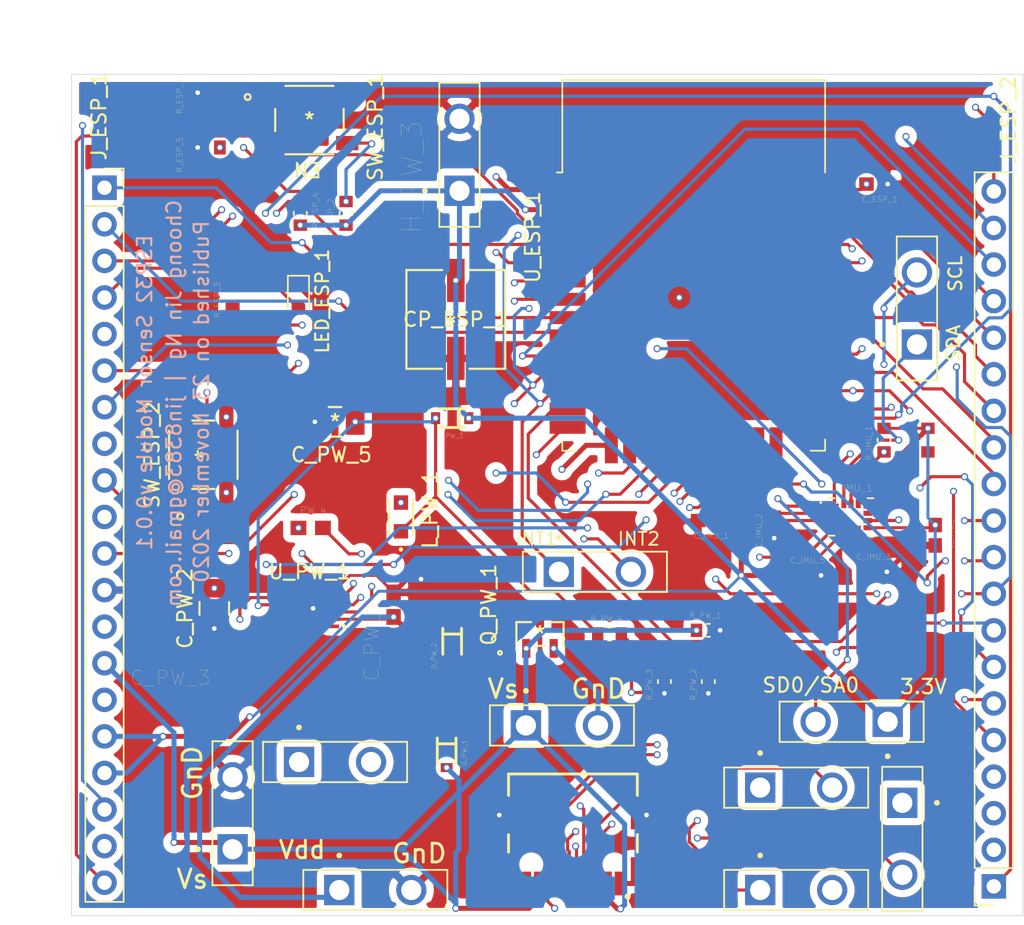
<source format=kicad_pcb>
(kicad_pcb (version 20171130) (host pcbnew "(5.1.7)-1")
  (title_block (title "ESP32 Sensor Module") (date 2020-11-23) (rev v0.0.1) (company "Created by Choong Jin Ng | jin8383@gmail.com"))
  (layers (0 F.Cu signal) (1 In1.Cu power) (2 In2.Cu mixed) (31 B.Cu power) (34 B.Paste user) (35 F.Paste user) (36 B.SilkS user) (37 F.SilkS user) (38 B.Mask user) (39 F.Mask user) (44 Edge.Cuts user))
  (net 0 "")
  (net 1 "Net-(C_ESP_1-Pad2)")
  (net 2 GND)
  (net 3 +3V3)
  (net 4 "Net-(C_IMU_2-Pad2)")
  (net 5 "Net-(C_IMU_3-Pad1)")
  (net 6 VDD)
  (net 7 "Net-(C_PW_2-Pad1)")
  (net 8 "Net-(C_PW_3-Pad2)")
  (net 9 "Net-(C_PW_5-Pad1)")
  (net 10 "Net-(D_PW_1-PadC)")
  (net 11 VS)
  (net 12 +BATT)
  (net 13 "Net-(H_CN_1-Pad1)")
  (net 14 "Net-(H_CN_1-Pad2)")
  (net 15 "Net-(H_CN_2-Pad2)")
  (net 16 "Net-(H_CN_2-Pad1)")
  (net 17 "Net-(H_CN_4-Pad1)")
  (net 18 "Net-(H_CN_4-Pad2)")
  (net 19 "Net-(H_CN_5-Pad2)")
  (net 20 "Net-(H_CN_5-Pad1)")
  (net 21 "/ESP32 Chip/IMU_SDA")
  (net 22 "/ESP32 Chip/IMU_SCL")
  (net 23 "/ESP32 Chip/IMU_INT1")
  (net 24 "/ESP32 Chip/IMU_INT2")
  (net 25 "/ESP32 Chip/IMU_SDO_SAO")
  (net 26 "Net-(J_ESP_1-Pad1)")
  (net 27 "Net-(J_ESP_1-Pad2)")
  (net 28 "Net-(J_ESP_1-Pad3)")
  (net 29 "Net-(J_ESP_1-Pad4)")
  (net 30 "Net-(J_ESP_1-Pad6)")
  (net 31 "Net-(J_ESP_1-Pad7)")
  (net 32 "Net-(J_ESP_1-Pad8)")
  (net 33 "Net-(J_ESP_1-Pad9)")
  (net 34 "Net-(J_ESP_1-Pad10)")
  (net 35 "Net-(J_ESP_1-Pad11)")
  (net 36 "Net-(J_ESP_1-Pad13)")
  (net 37 "Net-(J_ESP_1-Pad15)")
  (net 38 "Net-(J_ESP_1-Pad18)")
  (net 39 "Net-(J_ESP_1-Pad19)")
  (net 40 "Net-(J_ESP_2-Pad18)")
  (net 41 "Net-(J_ESP_2-Pad17)")
  (net 42 "Net-(J_ESP_2-Pad16)")
  (net 43 "Net-(J_ESP_2-Pad15)")
  (net 44 "Net-(J_ESP_2-Pad14)")
  (net 45 "Net-(J_ESP_2-Pad13)")
  (net 46 "Net-(J_ESP_2-Pad12)")
  (net 47 "Net-(J_ESP_2-Pad10)")
  (net 48 "Net-(J_ESP_2-Pad8)")
  (net 49 "Net-(J_ESP_2-Pad6)")
  (net 50 "Net-(J_ESP_2-Pad5)")
  (net 51 "Net-(C_PW_4-Pad1)")
  (net 52 "Net-(LED_ESP_1-Pad2)")
  (net 53 "Net-(R_ESP_1-Pad1)")
  (net 54 "Net-(R_ESP_2-Pad2)")
  (net 55 "Net-(R_ESP_4-Pad1)")
  (net 56 "Net-(R_ESP_5-Pad1)")
  (net 57 "Net-(R_PW_2-Pad2)")
  (net 58 "Net-(SW_ESP_1-Pad1)")
  (net 59 "Net-(SW_ESP_2-Pad2)")
  (net 60 "Net-(U_ESP_1-Pad32)")
  (net 61 "Net-(U_IMU_1-Pad10)")
  (net 62 "Net-(U_IMU_1-Pad11)")
  (net 63 "Net-(U_PW_1-Pad1)")
  (net 64 "Net-(C_PW_4-Pad2)")
  (net 65 "Net-(U_PW_1-Pad11)")
  (net 66 "Net-(U_PW_1-Pad12)")
  (net 67 "Net-(J_ESP_1-Pad20)")
  (net 68 "Net-(J_ESP_2-Pad4)")
  (net 69 "Net-(J_ESP_2-Pad3)")
  (net 70 "Net-(J_ESP_2-Pad2)")
  (net 71 "Net-(J_ESP_2-Pad1)")
  (module footprints:BAT20JFILM (layer F.Cu) (at 105.156 92.456 180)
    (fp_text reference D_PW_3 (at 0.127106 -1.22022) (layer F.SilkS) (effects (font (size 0.320268 0.320268) (thickness 0.015))))
    (fp_text value BAT20JFILM)
    (pad A smd rect (at 1.15 0 180) (size 0.63 0.83) (layers F.Cu F.Paste F.Mask) (net 9 "Net-(C_PW_5-Pad1)"))
    (pad C smd rect (at -1.15 0 180) (size 0.63 0.83) (layers F.Cu F.Paste F.Mask) (net 3 +3V3))
  )
  (module footprints:0603 (layer F.Cu) (at 101.092 105.41 270)
    (fp_text reference C_PW_1 (at 2.54 1.524 90) (layer F.SilkS) (effects (font (size 1.000457 1.000457) (thickness 0.015))))
    (fp_text value 1uF)
    (pad 2 smd rect (at 0.85 0 270) (size 1.1 1) (layers F.Cu F.Paste F.Mask) (net 6 VDD))
    (pad 1 smd rect (at -0.85 0 270) (size 1.1 1) (layers F.Cu F.Paste F.Mask) (net 2 GND))
  )
  (module footprints:USB4110-GF-A (layer F.Cu) (at 113.538 123.444 180)
    (fp_text reference U_CN_1 hide)
    (fp_text value USB4110-GF-A hide)
    (pad A1/B12 smd rect (at -3.2 -1.325 180) (size 0.6 1.65) (layers F.Cu F.Paste F.Mask) (net 2 GND))
    (pad A4/B9 smd rect (at -2.4 -1.325 180) (size 0.6 1.65) (layers F.Cu F.Paste F.Mask) (net 11 VS))
    (pad B4/A9 smd rect (at 2.4 -1.325 180) (size 0.6 1.65) (layers F.Cu F.Paste F.Mask) (net 11 VS))
    (pad B1/A12 smd rect (at 3.2 -1.325 180) (size 0.6 1.65) (layers F.Cu F.Paste F.Mask) (net 2 GND))
    (pad B8 smd rect (at -1.75 -1.325 180) (size 0.3 1.65) (layers F.Cu F.Paste F.Mask) (net 19 "Net-(H_CN_5-Pad2)"))
    (pad B5 smd rect (at 1.75 -1.325 180) (size 0.3 1.65) (layers F.Cu F.Paste F.Mask) (net 18 "Net-(H_CN_4-Pad2)"))
    (pad A5 smd rect (at -1.25 -1.325 180) (size 0.3 1.65) (layers F.Cu F.Paste F.Mask) (net 14 "Net-(H_CN_1-Pad2)"))
    (pad A8 smd rect (at 1.25 -1.325 180) (size 0.3 1.65) (layers F.Cu F.Paste F.Mask) (net 16 "Net-(H_CN_2-Pad1)"))
    (pad B7 smd rect (at -0.75 -1.325 180) (size 0.3 1.65) (layers F.Cu F.Paste F.Mask) (net 20 "Net-(H_CN_5-Pad1)"))
    (pad B6 smd rect (at 0.75 -1.325 180) (size 0.3 1.65) (layers F.Cu F.Paste F.Mask) (net 17 "Net-(H_CN_4-Pad1)"))
    (pad A6 smd rect (at -0.25 -1.325 180) (size 0.3 1.65) (layers F.Cu F.Paste F.Mask) (net 13 "Net-(H_CN_1-Pad1)"))
    (pad A7 smd rect (at 0.25 -1.325 180) (size 0.3 1.65) (layers F.Cu F.Paste F.Mask) (net 15 "Net-(H_CN_2-Pad2)"))
    (pad S1 smd rect (at -5.11 -0.5 180) (size 2.18 2) (layers F.Cu F.Paste F.Mask) (net 2 GND))
    (pad S2 smd rect (at 5.11 -0.5 180) (size 2.18 2) (layers F.Cu F.Paste F.Mask) (net 2 GND))
    (pad S3 smd rect (at -5.11 3.43 180) (size 2.18 2) (layers F.Cu F.Paste F.Mask) (net 2 GND))
    (pad S4 smd rect (at 5.11 3.43 180) (size 2.18 2) (layers F.Cu F.Paste F.Mask) (net 2 GND))
    (pad None np_thru_hole circle (at -2.89 0 180) (size 0.65 0.65) (drill 0.65) (layers *.Cu *.Mask))
    (pad None np_thru_hole circle (at 2.89 0 180) (size 0.65 0.65) (drill 0.65) (layers *.Cu *.Mask))
  )
  (module RF_Module:ESP32-WROOM-32 (layer F.Cu) (at 121.92 84.836)
    (fp_text reference U_ESP_1 (at -11.176 -4.953 270) (layer F.SilkS))
    (fp_text value ESP32-WROOM-32D hide)
    (pad 38 smd rect (at 8.75 -8.255) (size 2.5 0.9) (layers F.Cu F.Paste F.Mask) (net 1 "Net-(C_ESP_1-Pad2)"))
    (pad 37 smd rect (at 8.75 -6.985) (size 2.5 0.9) (layers F.Cu F.Paste F.Mask) (net 41 "Net-(J_ESP_2-Pad17)"))
    (pad 36 smd rect (at 8.75 -5.715) (size 2.5 0.9) (layers F.Cu F.Paste F.Mask) (net 42 "Net-(J_ESP_2-Pad16)"))
    (pad 35 smd rect (at 8.75 -4.445) (size 2.5 0.9) (layers F.Cu F.Paste F.Mask) (net 70 "Net-(J_ESP_2-Pad2)"))
    (pad 34 smd rect (at 8.75 -3.175) (size 2.5 0.9) (layers F.Cu F.Paste F.Mask) (net 68 "Net-(J_ESP_2-Pad4)"))
    (pad 33 smd rect (at 8.755 -1.905) (size 2.5 0.9) (layers F.Cu F.Paste F.Mask) (net 43 "Net-(J_ESP_2-Pad15)"))
    (pad 32 smd rect (at 8.75 -0.635) (size 2.5 0.9) (layers F.Cu F.Paste F.Mask) (net 60 "Net-(U_ESP_1-Pad32)"))
    (pad 31 smd rect (at 8.75 0.635) (size 2.5 0.9) (layers F.Cu F.Paste F.Mask) (net 44 "Net-(J_ESP_2-Pad14)"))
    (pad 30 smd rect (at 8.75 1.905) (size 2.5 0.9) (layers F.Cu F.Paste F.Mask) (net 45 "Net-(J_ESP_2-Pad13)"))
    (pad 29 smd rect (at 8.75 3.175) (size 2.5 0.9) (layers F.Cu F.Paste F.Mask) (net 49 "Net-(J_ESP_2-Pad6)"))
    (pad 28 smd rect (at 8.75 4.445) (size 2.5 0.9) (layers F.Cu F.Paste F.Mask) (net 46 "Net-(J_ESP_2-Pad12)"))
    (pad 27 smd rect (at 8.75 5.715) (size 2.5 0.9) (layers F.Cu F.Paste F.Mask) (net 25 "/ESP32 Chip/IMU_SDO_SAO"))
    (pad 26 smd rect (at 8.75 6.985) (size 2.5 0.9) (layers F.Cu F.Paste F.Mask) (net 50 "Net-(J_ESP_2-Pad5)"))
    (pad 25 smd rect (at 8.75 8.255) (size 2.5 0.9) (layers F.Cu F.Paste F.Mask) (net 71 "Net-(J_ESP_2-Pad1)"))
    (pad 24 smd rect (at 5.715 9.505 90) (size 2.5 0.9) (layers F.Cu F.Paste F.Mask) (net 69 "Net-(J_ESP_2-Pad3)"))
    (pad 23 smd rect (at 4.445 9.505 90) (size 2.5 0.9) (layers F.Cu F.Paste F.Mask) (net 47 "Net-(J_ESP_2-Pad10)"))
    (pad 22 smd rect (at 3.175 9.505 90) (size 2.5 0.9) (layers F.Cu F.Paste F.Mask) (net 34 "Net-(J_ESP_1-Pad10)"))
    (pad 21 smd rect (at 1.905 9.505 90) (size 2.5 0.9) (layers F.Cu F.Paste F.Mask) (net 35 "Net-(J_ESP_1-Pad11)"))
    (pad 20 smd rect (at 0.635 9.505 90) (size 2.5 0.9) (layers F.Cu F.Paste F.Mask) (net 31 "Net-(J_ESP_1-Pad7)"))
    (pad 19 smd rect (at -0.635 9.505 90) (size 2.5 0.9) (layers F.Cu F.Paste F.Mask) (net 30 "Net-(J_ESP_1-Pad6)"))
    (pad 18 smd rect (at -1.905 9.505 90) (size 2.5 0.9) (layers F.Cu F.Paste F.Mask) (net 32 "Net-(J_ESP_1-Pad8)"))
    (pad 17 smd rect (at -3.175 9.505 90) (size 2.5 0.9) (layers F.Cu F.Paste F.Mask) (net 33 "Net-(J_ESP_1-Pad9)"))
    (pad 16 smd rect (at -4.445 9.505 90) (size 2.5 0.9) (layers F.Cu F.Paste F.Mask) (net 48 "Net-(J_ESP_2-Pad8)"))
    (pad 15 smd rect (at -5.715 9.505 90) (size 2.5 0.9) (layers F.Cu F.Paste F.Mask) (net 1 "Net-(C_ESP_1-Pad2)"))
    (pad 14 smd rect (at -8.75 8.255) (size 2.5 0.9) (layers F.Cu F.Paste F.Mask) (net 21 "/ESP32 Chip/IMU_SDA"))
    (pad 13 smd rect (at -8.75 6.985) (size 2.5 0.9) (layers F.Cu F.Paste F.Mask) (net 22 "/ESP32 Chip/IMU_SCL"))
    (pad 12 smd rect (at -8.75 5.715) (size 2.5 0.9) (layers F.Cu F.Paste F.Mask) (net 23 "/ESP32 Chip/IMU_INT1"))
    (pad 11 smd rect (at -8.75 4.445) (size 2.5 0.9) (layers F.Cu F.Paste F.Mask) (net 24 "/ESP32 Chip/IMU_INT2"))
    (pad 10 smd rect (at -8.75 3.175) (size 2.5 0.9) (layers F.Cu F.Paste F.Mask) (net 40 "Net-(J_ESP_2-Pad18)"))
    (pad 9 smd rect (at -8.75 1.905) (size 2.5 0.9) (layers F.Cu F.Paste F.Mask) (net 27 "Net-(J_ESP_1-Pad2)"))
    (pad 8 smd rect (at -8.75 0.635) (size 2.5 0.9) (layers F.Cu F.Paste F.Mask) (net 26 "Net-(J_ESP_1-Pad1)"))
    (pad 7 smd rect (at -8.75 -0.635) (size 2.5 0.9) (layers F.Cu F.Paste F.Mask) (net 29 "Net-(J_ESP_1-Pad4)"))
    (pad 6 smd rect (at -8.75 -1.905) (size 2.5 0.9) (layers F.Cu F.Paste F.Mask) (net 28 "Net-(J_ESP_1-Pad3)"))
    (pad 5 smd rect (at -8.75 -3.175) (size 2.5 0.9) (layers F.Cu F.Paste F.Mask) (net 38 "Net-(J_ESP_1-Pad18)"))
    (pad 4 smd rect (at -8.75 -4.445) (size 2.5 0.9) (layers F.Cu F.Paste F.Mask) (net 39 "Net-(J_ESP_1-Pad19)"))
    (pad 3 smd rect (at -8.75 -5.715) (size 2.5 0.9) (layers F.Cu F.Paste F.Mask) (net 67 "Net-(J_ESP_1-Pad20)"))
    (pad 2 smd rect (at -8.75 -6.985) (size 2.5 0.9) (layers F.Cu F.Paste F.Mask) (net 3 +3V3))
    (pad 1 smd rect (at -8.75 -8.255) (size 2.5 0.9) (layers F.Cu F.Paste F.Mask) (net 1 "Net-(C_ESP_1-Pad2)"))
    (pad 39 smd rect (at -1 -0.755) (size 5 5) (layers F.Cu F.Paste F.Mask) (net 1 "Net-(C_ESP_1-Pad2)"))
  )
  (module footprints:BAT20JFILM (layer F.Cu) (at 104.775 115.57 270)
    (fp_text reference D_PW_1 (at 0.127106 -1.22022 90) (layer F.SilkS) (effects (font (size 0.320268 0.320268) (thickness 0.015))))
    (fp_text value BAT20JFILM)
    (pad A smd rect (at 1.15 0 270) (size 0.63 0.83) (layers F.Cu F.Paste F.Mask) (net 11 VS))
    (pad C smd rect (at -1.15 0 270) (size 0.63 0.83) (layers F.Cu F.Paste F.Mask) (net 10 "Net-(D_PW_1-PadC)"))
  )
  (module footprints:CAPC1608X90N (layer F.Cu) (at 134.62 76.2 180)
    (fp_text reference C_ESP_1 (at -0.21 -1.05) (layer F.SilkS) (effects (font (size 0.393701 0.393701) (thickness 0.015))))
    (fp_text value 100nF)
    (pad 2 smd rect (at 0.709 0 180) (size 1.01 0.93) (layers F.Cu F.Paste F.Mask) (net 1 "Net-(C_ESP_1-Pad2)"))
    (pad 1 smd rect (at -0.709 0 180) (size 1.01 0.93) (layers F.Cu F.Paste F.Mask) (net 2 GND))
  )
  (module footprints:CAPC1608X90N (layer F.Cu) (at 122.936 99.568 180)
    (fp_text reference C_IMU_1 (at -0.21 -1.05) (layer F.SilkS) (effects (font (size 0.393701 0.393701) (thickness 0.015))))
    (fp_text value 100nF)
    (pad 2 smd rect (at 0.709 0 180) (size 1.01 0.93) (layers F.Cu F.Paste F.Mask) (net 2 GND))
    (pad 1 smd rect (at -0.709 0 180) (size 1.01 0.93) (layers F.Cu F.Paste F.Mask) (net 3 +3V3))
  )
  (module footprints:CAPC1608X90N (layer F.Cu) (at 127.508 100.076 90)
    (fp_text reference C_IMU_2 (at -0.21 -1.05 90) (layer F.SilkS) (effects (font (size 0.393701 0.393701) (thickness 0.015))))
    (fp_text value 100nF)
    (pad 1 smd rect (at -0.709 0 90) (size 1.01 0.93) (layers F.Cu F.Paste F.Mask) (net 2 GND))
    (pad 2 smd rect (at 0.709 0 90) (size 1.01 0.93) (layers F.Cu F.Paste F.Mask) (net 4 "Net-(C_IMU_2-Pad2)"))
  )
  (module footprints:CAPC1608X90N (layer F.Cu) (at 134.62 103.124)
    (fp_text reference C_IMU_3 (at -0.21 -1.05) (layer F.SilkS) (effects (font (size 0.393701 0.393701) (thickness 0.015))))
    (fp_text value 100nF)
    (pad 2 smd rect (at 0.709 0) (size 1.01 0.93) (layers F.Cu F.Paste F.Mask) (net 2 GND))
    (pad 1 smd rect (at -0.709 0) (size 1.01 0.93) (layers F.Cu F.Paste F.Mask) (net 5 "Net-(C_IMU_3-Pad1)"))
  )
  (module footprints:CAPC1608X90N (layer F.Cu) (at 138.684 100.584 270)
    (fp_text reference C_IMU_4 (at -0.21 -1.05 90) (layer F.SilkS) (effects (font (size 0.393701 0.393701) (thickness 0.015))))
    (fp_text value 100nF)
    (pad 1 smd rect (at -0.709 0 270) (size 1.01 0.93) (layers F.Cu F.Paste F.Mask) (net 3 +3V3))
    (pad 2 smd rect (at 0.709 0 270) (size 1.01 0.93) (layers F.Cu F.Paste F.Mask) (net 2 GND))
  )
  (module footprints:CAPC1608X90N (layer F.Cu) (at 130.048 103.378)
    (fp_text reference C_IMU_5 (at -0.21 -1.05) (layer F.SilkS) (effects (font (size 0.393701 0.393701) (thickness 0.015))))
    (fp_text value 100nF)
    (pad 1 smd rect (at -0.709 0) (size 1.01 0.93) (layers F.Cu F.Paste F.Mask) (net 3 +3V3))
    (pad 2 smd rect (at 0.709 0) (size 1.01 0.93) (layers F.Cu F.Paste F.Mask) (net 2 GND))
  )
  (module footprints:C1206C475K3RACAUTO (layer F.Cu) (at 88.646 105.664 270)
    (fp_text reference C_PW_2 (at 0 2.032 90) (layer F.SilkS))
    (fp_text value 4.7uF hide)
    (pad 1 smd rect (at -1.399998 0 270) (size 1.299998 1.799996) (layers F.Cu F.Paste F.Mask) (net 7 "Net-(C_PW_2-Pad1)"))
    (pad 2 smd rect (at 1.399998 0 270) (size 1.299998 1.799996) (layers F.Cu F.Paste F.Mask) (net 2 GND))
  )
  (module footprints:0603 (layer F.Cu) (at 90.17 110.49)
    (fp_text reference C_PW_3 (at -4.572 0) (layer F.SilkS) (effects (font (size 1.000457 1.000457) (thickness 0.015))))
    (fp_text value 1uF)
    (pad 1 smd rect (at -0.85 0) (size 1.1 1) (layers F.Cu F.Paste F.Mask) (net 2 GND))
    (pad 2 smd rect (at 0.85 0) (size 1.1 1) (layers F.Cu F.Paste F.Mask) (net 8 "Net-(C_PW_3-Pad2)"))
  )
  (module footprints:CAPC1608X90 (layer F.Cu) (at 95.338 100.076)
    (fp_text reference C_PW_4 (at -0.235808 -1.239253) (layer F.SilkS) (effects (font (size 0.474067 0.474067) (thickness 0.015))))
    (fp_text value 0.1uF)
    (pad 1 smd rect (at -0.85 0) (size 1.1 1) (layers F.Cu F.Paste F.Mask) (net 51 "Net-(C_PW_4-Pad1)"))
    (pad 2 smd rect (at 0.85 0) (size 1.1 1) (layers F.Cu F.Paste F.Mask) (net 64 "Net-(C_PW_4-Pad2)"))
  )
  (module footprints:C1206C475K3RACAUTO (layer F.Cu) (at 97.028 92.71 180)
    (fp_text reference C_PW_5 (at 0.254 -2.286) (layer F.SilkS))
    (fp_text value 4.7uF hide)
    (fp_text user * (at 0 0) (layer F.SilkS))
    (pad 2 smd rect (at 1.399998 0 180) (size 1.299998 1.799996) (layers F.Cu F.Paste F.Mask) (net 2 GND))
    (pad 1 smd rect (at -1.399998 0 180) (size 1.299998 1.799996) (layers F.Cu F.Paste F.Mask) (net 9 "Net-(C_PW_5-Pad1)"))
  )
  (module footprints:UCB0J101MCL1GS (layer F.Cu) (at 105.41 85.598 270)
    (fp_text reference CP_ESP_1 (at 0 0 180) (layer F.SilkS))
    (fp_text value 100uF hide)
    (fp_text user * (at 0 0 90) (layer F.SilkS))
    (pad 1 smd rect (at -2.7051 0 270) (size 2.9972 1.2192) (layers F.Cu F.Paste F.Mask) (net 3 +3V3))
    (pad 2 smd rect (at 2.7051 0 270) (size 2.9972 1.2192) (layers F.Cu F.Paste F.Mask) (net 2 GND))
  )
  (module footprints:BAT20JFILM (layer F.Cu) (at 105.156 107.95 270)
    (fp_text reference D_PW_2 (at 1.016 1.27 270) (layer F.SilkS) (effects (font (size 0.320268 0.320268) (thickness 0.015))))
    (fp_text value BAT20JFILM)
    (pad C smd rect (at -1.15 0 270) (size 0.63 0.83) (layers F.Cu F.Paste F.Mask) (net 6 VDD))
    (pad A smd rect (at 1.15 0 270) (size 0.63 0.83) (layers F.Cu F.Paste F.Mask) (net 10 "Net-(D_PW_1-PadC)"))
  )
  (module footprints:1546931-2 (layer F.Cu) (at 129.032 118.11)
    (fp_text reference H_CN_1 hide)
    (fp_text value 1546931-2 hide)
    (pad 1 thru_hole rect (at -2.5 0) (size 2.1 2.1) (drill 1.4) (layers *.Cu *.Mask) (net 13 "Net-(H_CN_1-Pad1)"))
    (pad 2 thru_hole circle (at 2.5 0) (size 2.1 2.1) (drill 1.4) (layers *.Cu *.Mask) (net 14 "Net-(H_CN_1-Pad2)"))
  )
  (module footprints:1546931-2 (layer F.Cu) (at 136.398 121.666 270)
    (fp_text reference H_CN_2 hide)
    (fp_text value 1546931-2 hide)
    (pad 2 thru_hole circle (at 2.5 0 270) (size 2.1 2.1) (drill 1.4) (layers *.Cu *.Mask) (net 15 "Net-(H_CN_2-Pad2)"))
    (pad 1 thru_hole rect (at -2.5 0 270) (size 2.1 2.1) (drill 1.4) (layers *.Cu *.Mask) (net 16 "Net-(H_CN_2-Pad1)"))
  )
  (module footprints:1546931-2 (layer F.Cu) (at 89.916 119.888 90)
    (fp_text reference H_CN_3 hide)
    (fp_text value 1546931-2 hide)
    (pad 1 thru_hole rect (at -2.5 0 90) (size 2.1 2.1) (drill 1.4) (layers *.Cu *.Mask) (net 11 VS))
    (pad 2 thru_hole circle (at 2.5 0 90) (size 2.1 2.1) (drill 1.4) (layers *.Cu *.Mask) (net 2 GND))
  )
  (module footprints:1546931-2 (layer F.Cu) (at 129.032 125.222)
    (fp_text reference H_CN_4 hide)
    (fp_text value 1546931-2 hide)
    (pad 1 thru_hole rect (at -2.5 0) (size 2.1 2.1) (drill 1.4) (layers *.Cu *.Mask) (net 17 "Net-(H_CN_4-Pad1)"))
    (pad 2 thru_hole circle (at 2.5 0) (size 2.1 2.1) (drill 1.4) (layers *.Cu *.Mask) (net 18 "Net-(H_CN_4-Pad2)"))
  )
  (module footprints:1546931-2 (layer F.Cu) (at 97.028 116.332)
    (fp_text reference H_CN_5 hide)
    (fp_text value 1546931-2 hide)
    (pad 2 thru_hole circle (at 2.5 0) (size 2.1 2.1) (drill 1.4) (layers *.Cu *.Mask) (net 19 "Net-(H_CN_5-Pad2)"))
    (pad 1 thru_hole rect (at -2.5 0) (size 2.1 2.1) (drill 1.4) (layers *.Cu *.Mask) (net 20 "Net-(H_CN_5-Pad1)"))
  )
  (module footprints:1546931-2 (layer F.Cu) (at 137.414 84.836 90)
    (fp_text reference H_IMU_1 hide)
    (fp_text value 1546931-2 hide)
    (pad 1 thru_hole rect (at -2.5 0 90) (size 2.1 2.1) (drill 1.4) (layers *.Cu *.Mask) (net 21 "/ESP32 Chip/IMU_SDA"))
    (pad 2 thru_hole circle (at 2.5 0 90) (size 2.1 2.1) (drill 1.4) (layers *.Cu *.Mask) (net 22 "/ESP32 Chip/IMU_SCL"))
  )
  (module footprints:1546931-2 (layer F.Cu) (at 115.062 103.124)
    (fp_text reference H_IMU_2 hide)
    (fp_text value 1546931-2 hide)
    (pad 1 thru_hole rect (at -2.5 0) (size 2.1 2.1) (drill 1.4) (layers *.Cu *.Mask) (net 23 "/ESP32 Chip/IMU_INT1"))
    (pad 2 thru_hole circle (at 2.5 0) (size 2.1 2.1) (drill 1.4) (layers *.Cu *.Mask) (net 24 "/ESP32 Chip/IMU_INT2"))
  )
  (module footprints:1546931-2 (layer F.Cu) (at 132.882 113.538 180)
    (fp_text reference H_IMU_3 hide)
    (fp_text value 1546931-2 hide)
    (pad 2 thru_hole circle (at 2.5 0 180) (size 2.1 2.1) (drill 1.4) (layers *.Cu *.Mask) (net 25 "/ESP32 Chip/IMU_SDO_SAO"))
    (pad 1 thru_hole rect (at -2.5 0 180) (size 2.1 2.1) (drill 1.4) (layers *.Cu *.Mask) (net 3 +3V3))
  )
  (module footprints:1546931-2 (layer F.Cu) (at 112.776 113.792)
    (fp_text reference H_PW_1 hide)
    (fp_text value 1546931-2 hide)
    (pad 1 thru_hole rect (at -2.5 0) (size 2.1 2.1) (drill 1.4) (layers *.Cu *.Mask) (net 11 VS))
    (pad 2 thru_hole circle (at 2.5 0) (size 2.1 2.1) (drill 1.4) (layers *.Cu *.Mask) (net 12 +BATT))
  )
  (module footprints:1546931-2 (layer F.Cu) (at 99.822 125.222)
    (fp_text reference H_PW_2 hide)
    (fp_text value 1546931-2 hide)
    (pad 1 thru_hole rect (at -2.5 0) (size 2.1 2.1) (drill 1.4) (layers *.Cu *.Mask) (net 6 VDD))
    (pad 2 thru_hole circle (at 2.5 0) (size 2.1 2.1) (drill 1.4) (layers *.Cu *.Mask) (net 2 GND))
  )
  (module footprints:1546931-2 (layer F.Cu) (at 105.664 74.168 90)
    (fp_text reference H_PW_3 (at -1.555 -3.289 90) (layer F.SilkS) (effects (font (size 1.4 1.4) (thickness 0.015))))
    (fp_text value 1546931-2)
    (pad 1 thru_hole rect (at -2.5 0 90) (size 2.1 2.1) (drill 1.4) (layers *.Cu *.Mask) (net 3 +3V3))
    (pad 2 thru_hole circle (at 2.5 0 90) (size 2.1 2.1) (drill 1.4) (layers *.Cu *.Mask) (net 2 GND))
  )
  (module Connector_PinSocket_2.54mm:PinSocket_1x20_P2.54mm_Vertical (layer F.Cu) (at 81.026 76.454)
    (fp_text reference J_ESP_1 (at -0.381 -4.953 90) (layer F.SilkS))
    (fp_text value 4157 hide)
    (pad 1 thru_hole rect (at 0 0) (size 1.7 1.7) (drill 1) (layers *.Cu *.Mask) (net 26 "Net-(J_ESP_1-Pad1)"))
    (pad 2 thru_hole oval (at 0 2.54) (size 1.7 1.7) (drill 1) (layers *.Cu *.Mask) (net 27 "Net-(J_ESP_1-Pad2)"))
    (pad 3 thru_hole oval (at 0 5.08) (size 1.7 1.7) (drill 1) (layers *.Cu *.Mask) (net 28 "Net-(J_ESP_1-Pad3)"))
    (pad 4 thru_hole oval (at 0 7.62) (size 1.7 1.7) (drill 1) (layers *.Cu *.Mask) (net 29 "Net-(J_ESP_1-Pad4)"))
    (pad 5 thru_hole oval (at 0 10.16) (size 1.7 1.7) (drill 1) (layers *.Cu *.Mask) (net 1 "Net-(C_ESP_1-Pad2)"))
    (pad 6 thru_hole oval (at 0 12.7) (size 1.7 1.7) (drill 1) (layers *.Cu *.Mask) (net 30 "Net-(J_ESP_1-Pad6)"))
    (pad 7 thru_hole oval (at 0 15.24) (size 1.7 1.7) (drill 1) (layers *.Cu *.Mask) (net 31 "Net-(J_ESP_1-Pad7)"))
    (pad 8 thru_hole oval (at 0 17.78) (size 1.7 1.7) (drill 1) (layers *.Cu *.Mask) (net 32 "Net-(J_ESP_1-Pad8)"))
    (pad 9 thru_hole oval (at 0 20.32) (size 1.7 1.7) (drill 1) (layers *.Cu *.Mask) (net 33 "Net-(J_ESP_1-Pad9)"))
    (pad 10 thru_hole oval (at 0 22.86) (size 1.7 1.7) (drill 1) (layers *.Cu *.Mask) (net 34 "Net-(J_ESP_1-Pad10)"))
    (pad 11 thru_hole oval (at 0 25.4) (size 1.7 1.7) (drill 1) (layers *.Cu *.Mask) (net 35 "Net-(J_ESP_1-Pad11)"))
    (pad 12 thru_hole oval (at 0 27.94) (size 1.7 1.7) (drill 1) (layers *.Cu *.Mask) (net 2 GND))
    (pad 13 thru_hole oval (at 0 30.48) (size 1.7 1.7) (drill 1) (layers *.Cu *.Mask) (net 36 "Net-(J_ESP_1-Pad13)"))
    (pad 14 thru_hole oval (at 0 33.02) (size 1.7 1.7) (drill 1) (layers *.Cu *.Mask) (net 11 VS))
    (pad 15 thru_hole oval (at 0 35.56) (size 1.7 1.7) (drill 1) (layers *.Cu *.Mask) (net 37 "Net-(J_ESP_1-Pad15)"))
    (pad 16 thru_hole oval (at 0 38.1) (size 1.7 1.7) (drill 1) (layers *.Cu *.Mask) (net 3 +3V3))
    (pad 17 thru_hole oval (at 0 40.64) (size 1.7 1.7) (drill 1) (layers *.Cu *.Mask) (net 3 +3V3))
    (pad 18 thru_hole oval (at 0 43.18) (size 1.7 1.7) (drill 1) (layers *.Cu *.Mask) (net 38 "Net-(J_ESP_1-Pad18)"))
    (pad 19 thru_hole oval (at 0 45.72) (size 1.7 1.7) (drill 1) (layers *.Cu *.Mask) (net 39 "Net-(J_ESP_1-Pad19)"))
    (pad 20 thru_hole oval (at 0 48.26) (size 1.7 1.7) (drill 1) (layers *.Cu *.Mask) (net 67 "Net-(J_ESP_1-Pad20)"))
  )
  (module Connector_PinSocket_2.54mm:PinSocket_1x20_P2.54mm_Vertical (layer F.Cu) (at 142.748 124.968 180)
    (fp_text reference J_ESP_2 (at -1.016 53.213 90) (layer F.SilkS))
    (fp_text value 4157 hide)
    (pad 20 thru_hole oval (at 0 48.26 180) (size 1.7 1.7) (drill 1) (layers *.Cu *.Mask) (net 23 "/ESP32 Chip/IMU_INT1"))
    (pad 19 thru_hole oval (at 0 45.72 180) (size 1.7 1.7) (drill 1) (layers *.Cu *.Mask) (net 24 "/ESP32 Chip/IMU_INT2"))
    (pad 18 thru_hole oval (at 0 43.18 180) (size 1.7 1.7) (drill 1) (layers *.Cu *.Mask) (net 40 "Net-(J_ESP_2-Pad18)"))
    (pad 17 thru_hole oval (at 0 40.64 180) (size 1.7 1.7) (drill 1) (layers *.Cu *.Mask) (net 41 "Net-(J_ESP_2-Pad17)"))
    (pad 16 thru_hole oval (at 0 38.1 180) (size 1.7 1.7) (drill 1) (layers *.Cu *.Mask) (net 42 "Net-(J_ESP_2-Pad16)"))
    (pad 15 thru_hole oval (at 0 35.56 180) (size 1.7 1.7) (drill 1) (layers *.Cu *.Mask) (net 43 "Net-(J_ESP_2-Pad15)"))
    (pad 14 thru_hole oval (at 0 33.02 180) (size 1.7 1.7) (drill 1) (layers *.Cu *.Mask) (net 44 "Net-(J_ESP_2-Pad14)"))
    (pad 13 thru_hole oval (at 0 30.48 180) (size 1.7 1.7) (drill 1) (layers *.Cu *.Mask) (net 45 "Net-(J_ESP_2-Pad13)"))
    (pad 12 thru_hole oval (at 0 27.94 180) (size 1.7 1.7) (drill 1) (layers *.Cu *.Mask) (net 46 "Net-(J_ESP_2-Pad12)"))
    (pad 11 thru_hole oval (at 0 25.4 180) (size 1.7 1.7) (drill 1) (layers *.Cu *.Mask) (net 25 "/ESP32 Chip/IMU_SDO_SAO"))
    (pad 10 thru_hole oval (at 0 22.86 180) (size 1.7 1.7) (drill 1) (layers *.Cu *.Mask) (net 47 "Net-(J_ESP_2-Pad10)"))
    (pad 9 thru_hole oval (at 0 20.32 180) (size 1.7 1.7) (drill 1) (layers *.Cu *.Mask) (net 22 "/ESP32 Chip/IMU_SCL"))
    (pad 8 thru_hole oval (at 0 17.78 180) (size 1.7 1.7) (drill 1) (layers *.Cu *.Mask) (net 48 "Net-(J_ESP_2-Pad8)"))
    (pad 7 thru_hole oval (at 0 15.24 180) (size 1.7 1.7) (drill 1) (layers *.Cu *.Mask) (net 21 "/ESP32 Chip/IMU_SDA"))
    (pad 6 thru_hole oval (at 0 12.7 180) (size 1.7 1.7) (drill 1) (layers *.Cu *.Mask) (net 49 "Net-(J_ESP_2-Pad6)"))
    (pad 5 thru_hole oval (at 0 10.16 180) (size 1.7 1.7) (drill 1) (layers *.Cu *.Mask) (net 50 "Net-(J_ESP_2-Pad5)"))
    (pad 4 thru_hole oval (at 0 7.62 180) (size 1.7 1.7) (drill 1) (layers *.Cu *.Mask) (net 68 "Net-(J_ESP_2-Pad4)"))
    (pad 3 thru_hole oval (at 0 5.08 180) (size 1.7 1.7) (drill 1) (layers *.Cu *.Mask) (net 69 "Net-(J_ESP_2-Pad3)"))
    (pad 2 thru_hole oval (at 0 2.54 180) (size 1.7 1.7) (drill 1) (layers *.Cu *.Mask) (net 70 "Net-(J_ESP_2-Pad2)"))
    (pad 1 thru_hole rect (at 0 0 180) (size 1.7 1.7) (drill 1) (layers *.Cu *.Mask) (net 71 "Net-(J_ESP_2-Pad1)"))
  )
  (module footprints:CV201210-4R7K (layer F.Cu) (at 101.6 99.314 90)
    (fp_text reference L_PW_1 (at 0.508 2.032 90) (layer F.SilkS))
    (fp_text value 4.7uH hide)
    (pad 1 smd rect (at -0.99695 0 90) (size 1.0033 0.9906) (layers F.Cu F.Paste F.Mask) (net 9 "Net-(C_PW_5-Pad1)"))
    (pad 2 smd rect (at 0.99695 0 90) (size 1.0033 0.9906) (layers F.Cu F.Paste F.Mask) (net 51 "Net-(C_PW_4-Pad1)"))
  )
  (module LED_SMD:LED_0603_1608Metric (layer F.Cu) (at 94.488 84.0485 270)
    (fp_text reference LED_ESP_1 (at 0.2795 -1.651 90) (layer F.SilkS) (effects (font (size 0.9 0.9))))
    (fp_text value LED)
    (pad 1 smd roundrect (at -0.7875 0 270) (size 0.875 0.95) (layers F.Cu F.Paste F.Mask) (net 2 GND))
    (pad 2 smd roundrect (at 0.7875 0 270) (size 0.875 0.95) (layers F.Cu F.Paste F.Mask) (net 52 "Net-(LED_ESP_1-Pad2)"))
  )
  (module footprints:IRLML5103TRPBF (layer F.Cu) (at 111.252 107.442)
    (fp_text reference Q_PW_1 (at -3.556 -2.032 90) (layer F.SilkS))
    (fp_text value IRLML5103TRPBF hide)
    (fp_text user * (at 0 0) (layer F.SilkS))
    (pad 1 smd rect (at -0.9525 1.0033) (size 0.568 1.309599) (layers F.Cu F.Paste F.Mask) (net 11 VS))
    (pad 2 smd rect (at 0.9525 1.0033) (size 0.568 1.309599) (layers F.Cu F.Paste F.Mask) (net 12 +BATT))
    (pad 3 smd rect (at 0 -1.0033) (size 0.568 1.309599) (layers F.Cu F.Paste F.Mask) (net 10 "Net-(D_PW_1-PadC)"))
  )
  (module footprints:RESC1508X55N (layer F.Cu) (at 88.265 69.85 180)
    (fp_text reference R_ESP_1 (at 2.032 -0.254 90) (layer F.SilkS) (effects (font (size 0.393701 0.393701) (thickness 0.015))))
    (fp_text value 500)
    (pad 1 smd rect (at -0.771 0 180) (size 0.81 0.98) (layers F.Cu F.Paste F.Mask) (net 53 "Net-(R_ESP_1-Pad1)"))
    (pad 2 smd rect (at 0.771 0 180) (size 0.81 0.98) (layers F.Cu F.Paste F.Mask) (net 2 GND))
  )
  (module footprints:RESC1608X55N (layer F.Cu) (at 97.79 78.232 90)
    (fp_text reference R_ESP_2 (at -0.21 -1.05 90) (layer F.SilkS) (effects (font (size 0.393701 0.393701) (thickness 0.015))))
    (fp_text value 10k)
    (pad 2 smd rect (at 0.82 0 90) (size 0.79 0.93) (layers F.Cu F.Paste F.Mask) (net 54 "Net-(R_ESP_2-Pad2)"))
    (pad 1 smd rect (at -0.82 0 90) (size 0.79 0.93) (layers F.Cu F.Paste F.Mask) (net 3 +3V3))
  )
  (module footprints:RESC1508X55N (layer F.Cu) (at 89.916 84.065 90)
    (fp_text reference R_ESP_3 (at -0.18 -1.07 90) (layer F.SilkS) (effects (font (size 0.393701 0.393701) (thickness 0.015))))
    (fp_text value 500)
    (pad 1 smd rect (at -0.771 0 90) (size 0.81 0.98) (layers F.Cu F.Paste F.Mask) (net 69 "Net-(J_ESP_2-Pad3)"))
    (pad 2 smd rect (at 0.771 0 90) (size 0.81 0.98) (layers F.Cu F.Paste F.Mask) (net 52 "Net-(LED_ESP_1-Pad2)"))
  )
  (module footprints:RESC1608X55N (layer F.Cu) (at 94.615 78.232 270)
    (fp_text reference R_ESP_4 (at -0.21 -1.05 90) (layer F.SilkS) (effects (font (size 0.393701 0.393701) (thickness 0.015))))
    (fp_text value 10k)
    (pad 1 smd rect (at -0.82 0 270) (size 0.79 0.93) (layers F.Cu F.Paste F.Mask) (net 55 "Net-(R_ESP_4-Pad1)"))
    (pad 2 smd rect (at 0.82 0 270) (size 0.79 0.93) (layers F.Cu F.Paste F.Mask) (net 3 +3V3))
  )
  (module footprints:RESC1508X55N (layer F.Cu) (at 88.265 73.66 180)
    (fp_text reference R_ESP_5 (at 2.032 -0.508 90) (layer F.SilkS) (effects (font (size 0.393701 0.393701) (thickness 0.015))))
    (fp_text value 500)
    (pad 2 smd rect (at 0.771 0 180) (size 0.81 0.98) (layers F.Cu F.Paste F.Mask) (net 2 GND))
    (pad 1 smd rect (at -0.771 0 180) (size 0.81 0.98) (layers F.Cu F.Paste F.Mask) (net 56 "Net-(R_ESP_5-Pad1)"))
  )
  (module footprints:RESC1608X55N (layer F.Cu) (at 135.128 93.98 90)
    (fp_text reference R_IMU_1 (at -0.21 -1.05 90) (layer F.SilkS) (effects (font (size 0.393701 0.393701) (thickness 0.015))))
    (fp_text value 4.7k)
    (pad 1 smd rect (at -0.82 0 90) (size 0.79 0.93) (layers F.Cu F.Paste F.Mask) (net 22 "/ESP32 Chip/IMU_SCL"))
    (pad 2 smd rect (at 0.82 0 90) (size 0.79 0.93) (layers F.Cu F.Paste F.Mask) (net 3 +3V3))
  )
  (module footprints:RESC1608X55N (layer F.Cu) (at 138.176 93.98 270)
    (fp_text reference R_IMU_2 (at -0.21 -1.05 90) (layer F.SilkS) (effects (font (size 0.393701 0.393701) (thickness 0.015))))
    (fp_text value 4.7k)
    (pad 2 smd rect (at 0.82 0 270) (size 0.79 0.93) (layers F.Cu F.Paste F.Mask) (net 21 "/ESP32 Chip/IMU_SDA"))
    (pad 1 smd rect (at -0.82 0 270) (size 0.79 0.93) (layers F.Cu F.Paste F.Mask) (net 3 +3V3))
  )
  (module footprints:RESC1608X55N (layer F.Cu) (at 122.936 107.188)
    (fp_text reference R_PW_1 (at -0.21 -1.05) (layer F.SilkS) (effects (font (size 0.393701 0.393701) (thickness 0.015))))
    (fp_text value 10k)
    (pad 2 smd rect (at 0.82 0) (size 0.79 0.93) (layers F.Cu F.Paste F.Mask) (net 2 GND))
    (pad 1 smd rect (at -0.82 0) (size 0.79 0.93) (layers F.Cu F.Paste F.Mask) (net 11 VS))
  )
  (module footprints:RESC1608X55N (layer F.Cu) (at 122.936 110.744 90)
    (fp_text reference R_PW_2 (at -0.21 -1.05 90) (layer F.SilkS) (effects (font (size 0.393701 0.393701) (thickness 0.015))))
    (fp_text value 100k)
    (pad 1 smd rect (at -0.82 0 90) (size 0.79 0.93) (layers F.Cu F.Paste F.Mask) (net 2 GND))
    (pad 2 smd rect (at 0.82 0 90) (size 0.79 0.93) (layers F.Cu F.Paste F.Mask) (net 57 "Net-(R_PW_2-Pad2)"))
  )
  (module footprints:RESC1608X55N (layer F.Cu) (at 119.888 110.744 90)
    (fp_text reference R_PW_3 (at -0.21 -1.05 90) (layer F.SilkS) (effects (font (size 0.393701 0.393701) (thickness 0.015))))
    (fp_text value 100k)
    (pad 2 smd rect (at 0.82 0 90) (size 0.79 0.93) (layers F.Cu F.Paste F.Mask) (net 57 "Net-(R_PW_2-Pad2)"))
    (pad 1 smd rect (at -0.82 0 90) (size 0.79 0.93) (layers F.Cu F.Paste F.Mask) (net 2 GND))
  )
  (module footprints:RESC1608X55N (layer F.Cu) (at 116.078 107.442)
    (fp_text reference R_PW_4 (at -0.21 -1.05) (layer F.SilkS) (effects (font (size 0.393701 0.393701) (thickness 0.015))))
    (fp_text value 115k)
    (pad 1 smd rect (at -0.82 0) (size 0.79 0.93) (layers F.Cu F.Paste F.Mask) (net 9 "Net-(C_PW_5-Pad1)"))
    (pad 2 smd rect (at 0.82 0) (size 0.79 0.93) (layers F.Cu F.Paste F.Mask) (net 57 "Net-(R_PW_2-Pad2)"))
  )
  (module footprints:PTS647SK38SMTR2LFS (layer F.Cu) (at 95.25 71.755)
    (fp_text reference SW_ESP_1 (at 4.572 0.508 90) (layer F.SilkS))
    (fp_text value PTS647SK38SMTR2LFS hide)
    (fp_text user * (at 0 0) (layer F.SilkS))
    (pad 1 smd rect (at -2.625001 -1.599999) (size 1.5494 0.9906) (layers F.Cu F.Paste F.Mask) (net 58 "Net-(SW_ESP_1-Pad1)"))
    (pad 3 smd rect (at -2.625001 1.599999) (size 1.5494 0.9906) (layers F.Cu F.Paste F.Mask) (net 67 "Net-(J_ESP_1-Pad20)"))
    (pad 4 smd rect (at 2.625001 1.599999) (size 1.5494 0.9906) (layers F.Cu F.Paste F.Mask) (net 54 "Net-(R_ESP_2-Pad2)"))
    (pad 2 smd rect (at 2.625001 -1.599999) (size 1.5494 0.9906) (layers F.Cu F.Paste F.Mask) (net 53 "Net-(R_ESP_1-Pad1)"))
  )
  (module footprints:PTS647SK38SMTR2LFS (layer F.Cu) (at 87.884 94.996 90)
    (fp_text reference SW_ESP_2 (at 0 -3.556 90) (layer F.SilkS))
    (fp_text value PTS647SK38SMTR2LFS hide)
    (fp_text user * (at 0 0 90) (layer F.SilkS))
    (pad 2 smd rect (at 2.625001 -1.599999 90) (size 1.5494 0.9906) (layers F.Cu F.Paste F.Mask) (net 59 "Net-(SW_ESP_2-Pad2)"))
    (pad 4 smd rect (at 2.625001 1.599999 90) (size 1.5494 0.9906) (layers F.Cu F.Paste F.Mask) (net 71 "Net-(J_ESP_2-Pad1)"))
    (pad 3 smd rect (at -2.625001 1.599999 90) (size 1.5494 0.9906) (layers F.Cu F.Paste F.Mask) (net 55 "Net-(R_ESP_4-Pad1)"))
    (pad 1 smd rect (at -2.625001 -1.599999 90) (size 1.5494 0.9906) (layers F.Cu F.Paste F.Mask) (net 56 "Net-(R_ESP_5-Pad1)"))
  )
  (module footprints:LSM6DSMTR (layer F.Cu) (at 132.842 99.314)
    (fp_text reference U_IMU_1 (at 0.024 -2.0048) (layer F.SilkS) (effects (font (size 0.48 0.48) (thickness 0.015))))
    (fp_text value LSM6DSMTR)
    (pad 2 smd rect (at -1.16 -0.25) (size 0.6 0.35) (layers F.Cu F.Paste F.Mask) (net 4 "Net-(C_IMU_2-Pad2)"))
    (pad 3 smd rect (at -1.16 0.25) (size 0.6 0.35) (layers F.Cu F.Paste F.Mask) (net 4 "Net-(C_IMU_2-Pad2)"))
    (pad 1 smd rect (at -1.16 -0.75) (size 0.6 0.35) (layers F.Cu F.Paste F.Mask) (net 25 "/ESP32 Chip/IMU_SDO_SAO"))
    (pad 4 smd rect (at -1.16 0.75) (size 0.6 0.35) (layers F.Cu F.Paste F.Mask) (net 23 "/ESP32 Chip/IMU_INT1"))
    (pad 10 smd rect (at 1.16 -0.25) (size 0.6 0.35) (layers F.Cu F.Paste F.Mask) (net 61 "Net-(U_IMU_1-Pad10)"))
    (pad 9 smd rect (at 1.16 0.25) (size 0.6 0.35) (layers F.Cu F.Paste F.Mask) (net 24 "/ESP32 Chip/IMU_INT2"))
    (pad 11 smd rect (at 1.16 -0.75) (size 0.6 0.35) (layers F.Cu F.Paste F.Mask) (net 62 "Net-(U_IMU_1-Pad11)"))
    (pad 8 smd rect (at 1.16 0.75) (size 0.6 0.35) (layers F.Cu F.Paste F.Mask) (net 3 +3V3))
    (pad 14 smd rect (at -0.5 -0.91) (size 0.35 0.6) (layers F.Cu F.Paste F.Mask) (net 21 "/ESP32 Chip/IMU_SDA"))
    (pad 13 smd rect (at 0 -0.91) (size 0.35 0.6) (layers F.Cu F.Paste F.Mask) (net 22 "/ESP32 Chip/IMU_SCL"))
    (pad 12 smd rect (at 0.5 -0.91) (size 0.35 0.6) (layers F.Cu F.Paste F.Mask) (net 3 +3V3))
    (pad 5 smd rect (at -0.5 0.91) (size 0.35 0.6) (layers F.Cu F.Paste F.Mask) (net 3 +3V3))
    (pad 6 smd rect (at 0 0.91) (size 0.35 0.6) (layers F.Cu F.Paste F.Mask) (net 5 "Net-(C_IMU_3-Pad1)"))
    (pad 7 smd rect (at 0.5 0.91) (size 0.35 0.6) (layers F.Cu F.Paste F.Mask) (net 5 "Net-(C_IMU_3-Pad1)"))
  )
  (module footprints:MAX25276ATCAVY (layer F.Cu) (at 95.504 105.664 180)
    (fp_text reference U_PW_1 (at 0.254 2.54) (layer F.SilkS))
    (fp_text value MAX25276ATCA_VY+ hide)
    (pad 1 smd rect (at -1.42 -1.25 180) (size 0.757199 0.2548) (layers F.Cu F.Paste F.Mask) (net 63 "Net-(U_PW_1-Pad1)"))
    (pad 2 smd rect (at -1.42 -0.750001 180) (size 0.757199 0.2548) (layers F.Cu F.Paste F.Mask) (net 6 VDD))
    (pad 3 smd rect (at -1.42 -0.25 180) (size 0.757199 0.2548) (layers F.Cu F.Paste F.Mask) (net 64 "Net-(C_PW_4-Pad2)"))
    (pad 4 smd rect (at -1.42 0.25 180) (size 0.757199 0.2548) (layers F.Cu F.Paste F.Mask) (net 7 "Net-(C_PW_2-Pad1)"))
    (pad 5 smd rect (at -1.42 0.750001 180) (size 0.757199 0.2548) (layers F.Cu F.Paste F.Mask) (net 51 "Net-(C_PW_4-Pad1)"))
    (pad 6 smd rect (at -1.42 1.25 180) (size 0.757199 0.2548) (layers F.Cu F.Paste F.Mask) (net 2 GND))
    (pad 7 smd rect (at 1.42 1.25 180) (size 0.757199 0.2548) (layers F.Cu F.Paste F.Mask) (net 2 GND))
    (pad 8 smd rect (at 1.42 0.750001 180) (size 0.757199 0.2548) (layers F.Cu F.Paste F.Mask) (net 57 "Net-(R_PW_2-Pad2)"))
    (pad 9 smd rect (at 1.42 0.25 180) (size 0.757199 0.2548) (layers F.Cu F.Paste F.Mask) (net 9 "Net-(C_PW_5-Pad1)"))
    (pad 10 smd rect (at 1.42 -0.25 180) (size 0.757199 0.2548) (layers F.Cu F.Paste F.Mask) (net 8 "Net-(C_PW_3-Pad2)"))
    (pad 11 smd rect (at 1.42 -0.750001 180) (size 0.757199 0.2548) (layers F.Cu F.Paste F.Mask) (net 65 "Net-(U_PW_1-Pad11)"))
    (pad 12 smd rect (at 1.42 -1.25 180) (size 0.757199 0.2548) (layers F.Cu F.Paste F.Mask) (net 66 "Net-(U_PW_1-Pad12)"))
    (pad 13 smd rect (at 0 0 180) (size 1.8034 2.5908) (layers F.Cu F.Paste F.Mask) (net 2 GND))
  )
  (gr_text "Published on 23 November 2020" (at 87.757 91.313 90) (layer B.SilkS) (effects (font (size 1 1)) (justify mirror)))
  (gr_text EN (at 95.123 75.184 180) (layer F.SilkS) (effects (font (size 1 1))))
  (gr_text SDA (at 139.954 87.249 90) (layer F.SilkS) (effects (font (size 0.9 0.9))))
  (gr_text SCL (at 140.081 82.423 90) (layer F.SilkS) (effects (font (size 0.9 0.9))))
  (gr_text SD0/SA0 (at 130.048 110.998) (layer F.SilkS) (effects (font (size 1 1))))
  (gr_text 3.3V (at 137.8712 111.0996) (layer F.SilkS) (effects (font (size 1 1))))
  (gr_text INT2 (at 118.11 100.838) (layer F.SilkS) (effects (font (size 0.9 0.9) (thickness 0.13))))
  (gr_text INT1 (at 110.998 100.838) (layer F.SilkS) (effects (font (size 0.9 0.9) (thickness 0.13))))
  (gr_text GnD (at 115.316 111.252) (layer F.SilkS) (effects (font (size 1.3 1.3) (thickness 0.2))))
  (gr_text Vs (at 108.712 111.252) (layer F.SilkS) (effects (font (size 1.3 1.3) (thickness 0.2))))
  (gr_text "Choong Jin Ng | jin8383@gmail.com" (at 85.852 91.44 90) (layer B.SilkS) (effects (font (size 1 1)) (justify mirror)))
  (gr_text "ESP32 Sensor Module v0.0.1" (at 83.82 90.678 90) (layer B.SilkS) (effects (font (size 1 1)) (justify mirror)))
  (gr_text Vs (at 87.122 124.46) (layer F.SilkS) (effects (font (size 1.3 1.3) (thickness 0.2))))
  (gr_text GnD (at 87.122 117.094 90) (layer F.SilkS) (effects (font (size 1.3 1.3) (thickness 0.2))))
  (gr_text GnD (at 102.87 122.682) (layer F.SilkS) (effects (font (size 1.3 1.3) (thickness 0.2))))
  (gr_text Vdd (at 94.742 122.428) (layer F.SilkS) (effects (font (size 1.2 1.2) (thickness 0.2))))
  (gr_line (start 78.74 127) (end 78.74 68.58) (layer Edge.Cuts) (width 0.05))
  (gr_line (start 144.78 127) (end 78.74 127) (layer Edge.Cuts) (width 0.05))
  (gr_line (start 144.78 68.58) (end 144.78 127) (layer Edge.Cuts) (width 0.05))
  (gr_line (start 78.74 68.58) (end 144.78 68.58) (layer Edge.Cuts) (width 0.05))
  (segment (start 133.53 76.581) (end 133.911 76.2) (width 0.22) (layer F.Cu) (net 1))
  (segment (start 130.67 76.581) (end 133.53 76.581) (width 0.22) (layer F.Cu) (net 1))
  (via (at 108.204 75.692) (size 0.5) (drill 0.32) (layers F.Cu B.Cu) (net 1))
  (via (at 133.911 76.2) (size 0.5) (drill 0.32) (layers F.Cu B.Cu) (net 1))
  (segment (start 109.093 76.581) (end 108.204 75.692) (width 0.35) (layer F.Cu) (net 1))
  (segment (start 113.17 76.581) (end 109.093 76.581) (width 0.35) (layer F.Cu) (net 1))
  (via (at 120.92 84.081) (size 0.5) (drill 0.32) (layers F.Cu B.Cu) (net 1))
  (via (at 112.776 96.012) (size 0.5) (drill 0.32) (layers F.Cu B.Cu) (net 1))
  (segment (start 114.447 94.341) (end 112.776 96.012) (width 0.35) (layer F.Cu) (net 1))
  (segment (start 116.205 94.341) (end 114.447 94.341) (width 0.35) (layer F.Cu) (net 1))
  (segment (start 109.253 124.769) (end 108.428 123.944) (width 0.35) (layer F.Cu) (net 2))
  (segment (start 110.338 124.769) (end 109.253 124.769) (width 0.35) (layer F.Cu) (net 2))
  (segment (start 117.823 124.769) (end 118.648 123.944) (width 0.35) (layer F.Cu) (net 2))
  (segment (start 116.738 124.769) (end 117.823 124.769) (width 0.35) (layer F.Cu) (net 2))
  (segment (start 108.428 123.944) (end 108.428 120.014) (width 0.35) (layer F.Cu) (net 2))
  (segment (start 118.648 123.944) (end 118.648 120.014) (width 0.35) (layer F.Cu) (net 2))
  (via (at 108.428 120.014) (size 0.5) (drill 0.32) (layers F.Cu B.Cu) (net 2))
  (via (at 118.648 120.014) (size 0.5) (drill 0.32) (layers F.Cu B.Cu) (net 2))
  (via (at 119.888 111.564) (size 0.5) (drill 0.32) (layers F.Cu B.Cu) (net 2))
  (via (at 122.936 111.564) (size 0.5) (drill 0.32) (layers F.Cu B.Cu) (net 2))
  (via (at 88.646 107.063998) (size 0.5) (drill 0.32) (layers F.Cu B.Cu) (net 2))
  (via (at 95.504 105.664) (size 0.5) (drill 0.32) (layers F.Cu B.Cu) (net 2))
  (segment (start 100.946 104.414) (end 101.092 104.56) (width 0.2) (layer F.Cu) (net 2))
  (segment (start 96.924 104.414) (end 97.008 104.414) (width 0.2) (layer F.Cu) (net 2))
  (segment (start 97.008 104.414) (end 98.044 103.378) (width 0.2) (layer F.Cu) (net 2))
  (segment (start 99.91 103.378) (end 101.092 104.56) (width 0.2) (layer F.Cu) (net 2))
  (segment (start 98.044 103.378) (end 99.91 103.378) (width 0.2) (layer F.Cu) (net 2))
  (via (at 87.494 69.85) (size 0.5) (drill 0.32) (layers F.Cu B.Cu) (net 2))
  (via (at 87.494 73.66) (size 0.5) (drill 0.32) (layers F.Cu B.Cu) (net 2))
  (segment (start 88.646 109.816) (end 89.32 110.49) (width 0.35) (layer F.Cu) (net 2))
  (segment (start 88.646 107.063998) (end 88.646 109.816) (width 0.35) (layer F.Cu) (net 2))
  (segment (start 88.646 107.063998) (end 88.646 106.934) (width 0.35) (layer F.Cu) (net 2))
  (segment (start 88.646 106.715196) (end 88.646 107.063998) (width 0.35) (layer F.Cu) (net 2))
  (segment (start 90.949598 104.411598) (end 88.646 106.715196) (width 0.35) (layer F.Cu) (net 2))
  (segment (start 94.084 104.411598) (end 90.949598 104.411598) (width 0.35) (layer F.Cu) (net 2))
  (via (at 135.382 76.2) (size 0.5) (drill 0.32) (layers F.Cu B.Cu) (net 2))
  (segment (start 135.329 76.2) (end 135.382 76.2) (width 0.35) (layer F.Cu) (net 2))
  (segment (start 127.508 100.785) (end 127.508 100.838) (width 0.35) (layer F.Cu) (net 2))
  (via (at 127.508 100.785) (size 0.5) (drill 0.32) (layers F.Cu B.Cu) (net 2))
  (via (at 123.756 107.188) (size 0.5) (drill 0.32) (layers F.Cu B.Cu) (net 2))
  (via (at 130.757 103.378) (size 0.5) (drill 0.32) (layers F.Cu B.Cu) (net 2))
  (via (at 135.329 103.124) (size 0.5) (drill 0.32) (layers F.Cu B.Cu) (net 2))
  (segment (start 137.16 101.293) (end 135.329 103.124) (width 0.35) (layer F.Cu) (net 2))
  (segment (start 138.684 101.293) (end 137.16 101.293) (width 0.35) (layer F.Cu) (net 2))
  (segment (start 122.227 105.659) (end 123.756 107.188) (width 0.35) (layer F.Cu) (net 2))
  (segment (start 122.227 99.568) (end 122.227 105.659) (width 0.35) (layer F.Cu) (net 2))
  (segment (start 94.488 81.494) (end 94.488 83.261) (width 0.35) (layer F.Cu) (net 2))
  (segment (start 87.494 74.5) (end 94.488 81.494) (width 0.35) (layer F.Cu) (net 2))
  (segment (start 87.494 73.66) (end 87.494 74.5) (width 0.35) (layer F.Cu) (net 2))
  (segment (start 95.628002 84.401002) (end 94.488 83.261) (width 0.35) (layer F.Cu) (net 2))
  (segment (start 95.628002 92.71) (end 95.628002 84.401002) (width 0.35) (layer F.Cu) (net 2))
  (segment (start 99.5301 88.3031) (end 95.628002 84.401002) (width 0.35) (layer F.Cu) (net 2))
  (segment (start 105.41 88.3031) (end 99.5301 88.3031) (width 0.35) (layer F.Cu) (net 2))
  (via (at 102.997 103.632) (size 0.5) (drill 0.32) (layers F.Cu B.Cu) (net 2))
  (segment (start 102.02 103.632) (end 101.092 104.56) (width 0.35) (layer F.Cu) (net 2))
  (segment (start 102.997 103.632) (end 102.02 103.632) (width 0.35) (layer F.Cu) (net 2))
  (via (at 95.628002 92.71) (size 0.5) (drill 0.32) (layers F.Cu B.Cu) (net 2))
  (segment (start 105.664 76.668) (end 108.926 76.668) (width 0.35) (layer B.Cu) (net 3))
  (via (at 110.236 77.978) (size 0.5) (drill 0.32) (layers F.Cu B.Cu) (net 3))
  (segment (start 108.926 76.668) (end 110.236 77.978) (width 0.35) (layer B.Cu) (net 3))
  (segment (start 113.043 77.978) (end 113.17 77.851) (width 0.35) (layer F.Cu) (net 3))
  (segment (start 110.236 77.978) (end 113.043 77.978) (width 0.35) (layer F.Cu) (net 3))
  (via (at 97.79 79.052) (size 0.5) (drill 0.32) (layers F.Cu B.Cu) (net 3))
  (segment (start 100.174 76.668) (end 97.79 79.052) (width 0.35) (layer B.Cu) (net 3))
  (segment (start 105.664 76.668) (end 100.174 76.668) (width 0.35) (layer B.Cu) (net 3))
  (via (at 94.615 79.052) (size 0.5) (drill 0.32) (layers F.Cu B.Cu) (net 3))
  (via (at 105.41 82.8929) (size 0.5) (drill 0.32) (layers F.Cu B.Cu) (net 3))
  (segment (start 105.664 82.6389) (end 105.41 82.8929) (width 0.35) (layer B.Cu) (net 3))
  (segment (start 105.664 76.668) (end 105.664 82.6389) (width 0.35) (layer B.Cu) (net 3))
  (via (at 106.306 92.456) (size 0.5) (drill 0.32) (layers F.Cu B.Cu) (net 3))
  (segment (start 105.41 91.56) (end 106.306 92.456) (width 0.35) (layer B.Cu) (net 3))
  (segment (start 105.41 82.8929) (end 105.41 91.56) (width 0.35) (layer B.Cu) (net 3))
  (segment (start 114.3 92.456) (end 106.306 92.456) (width 0.35) (layer B.Cu) (net 3))
  (via (at 125.222 103.378) (size 0.5) (drill 0.32) (layers F.Cu B.Cu) (net 3))
  (segment (start 135.382 113.538) (end 125.222 103.378) (width 0.35) (layer B.Cu) (net 3))
  (segment (start 125.222 103.378) (end 114.3 92.456) (width 0.35) (layer B.Cu) (net 3))
  (segment (start 125.222 101.145) (end 123.645 99.568) (width 0.35) (layer F.Cu) (net 3))
  (segment (start 125.222 103.378) (end 125.222 101.145) (width 0.35) (layer F.Cu) (net 3))
  (segment (start 125.222 103.378) (end 129.339 103.378) (width 0.35) (layer F.Cu) (net 3))
  (segment (start 129.339 103.352) (end 129.339 103.378) (width 0.2) (layer F.Cu) (net 3))
  (segment (start 132.342 100.349) (end 129.339 103.352) (width 0.2) (layer F.Cu) (net 3))
  (segment (start 132.342 100.224) (end 132.342 100.349) (width 0.2) (layer F.Cu) (net 3))
  (segment (start 138.495 100.064) (end 138.684 99.875) (width 0.2) (layer F.Cu) (net 3))
  (segment (start 134.002 100.064) (end 138.495 100.064) (width 0.2) (layer F.Cu) (net 3))
  (segment (start 138.176 93.16) (end 135.128 93.16) (width 0.2) (layer F.Cu) (net 3))
  (via (at 138.176 93.16) (size 0.5) (drill 0.32) (layers F.Cu B.Cu) (net 3))
  (via (at 138.684 99.875) (size 0.5) (drill 0.32) (layers F.Cu B.Cu) (net 3))
  (segment (start 138.176 99.367) (end 138.684 99.875) (width 0.2) (layer B.Cu) (net 3))
  (segment (start 138.176 93.16) (end 138.176 99.367) (width 0.2) (layer B.Cu) (net 3))
  (segment (start 138.684 110.236) (end 135.382 113.538) (width 0.2) (layer B.Cu) (net 3))
  (segment (start 138.684 99.875) (end 138.684 110.236) (width 0.2) (layer B.Cu) (net 3))
  (segment (start 124.125999 104.474001) (end 125.222 103.378) (width 0.2) (layer B.Cu) (net 3))
  (segment (start 100.048001 104.474001) (end 124.125999 104.474001) (width 0.2) (layer B.Cu) (net 3))
  (segment (start 91.193003 113.328999) (end 100.048001 104.474001) (width 0.2) (layer B.Cu) (net 3))
  (via (at 85.09 114.554) (size 0.5) (drill 0.32) (layers F.Cu B.Cu) (net 3))
  (via (at 91.106557 113.204557) (size 0.5) (drill 0.32) (layers F.Cu B.Cu) (net 3))
  (segment (start 89.757114 114.554) (end 91.106557 113.204557) (width 0.35) (layer F.Cu) (net 3))
  (segment (start 85.09 114.554) (end 89.757114 114.554) (width 0.35) (layer F.Cu) (net 3))
  (segment (start 138.176 93.16) (end 136.144 95.192) (width 0.35) (layer F.Cu) (net 3))
  (segment (start 136.144 95.192) (end 136.144 96.52) (width 0.35) (layer F.Cu) (net 3))
  (segment (start 136.144 96.52) (end 134.895998 96.52) (width 0.35) (layer F.Cu) (net 3))
  (segment (start 134.895998 96.52) (end 134.874 96.52) (width 0.35) (layer F.Cu) (net 3))
  (segment (start 134.895998 96.52) (end 134.62 96.52) (width 0.35) (layer F.Cu) (net 3))
  (segment (start 133.342 97.798) (end 133.342 98.404) (width 0.22) (layer F.Cu) (net 3))
  (segment (start 134.62 96.52) (end 133.342 97.798) (width 0.22) (layer F.Cu) (net 3))
  (segment (start 94.615 79.052) (end 97.79 79.052) (width 0.35) (layer B.Cu) (net 3))
  (segment (start 82.55 117.094) (end 85.09 114.554) (width 0.35) (layer B.Cu) (net 3))
  (segment (start 81.026 117.094) (end 82.55 117.094) (width 0.35) (layer B.Cu) (net 3))
  (segment (start 81.026 114.554) (end 85.09 114.554) (width 0.35) (layer B.Cu) (net 3))
  (segment (start 127.705 99.564) (end 127.508 99.367) (width 0.22) (layer F.Cu) (net 4))
  (segment (start 131.682 99.564) (end 127.705 99.564) (width 0.22) (layer F.Cu) (net 4))
  (segment (start 127.811 99.064) (end 127.508 99.367) (width 0.22) (layer F.Cu) (net 4))
  (segment (start 131.682 99.064) (end 127.811 99.064) (width 0.22) (layer F.Cu) (net 4))
  (segment (start 132.842 102.055) (end 133.911 103.124) (width 0.22) (layer F.Cu) (net 5))
  (segment (start 132.842 100.224) (end 132.842 102.055) (width 0.22) (layer F.Cu) (net 5))
  (segment (start 133.342 100.224) (end 133.342 101.338) (width 0.22) (layer F.Cu) (net 5))
  (segment (start 133.911 101.907) (end 133.911 103.124) (width 0.22) (layer F.Cu) (net 5))
  (segment (start 133.342 101.338) (end 133.911 101.907) (width 0.22) (layer F.Cu) (net 5))
  (segment (start 100.937999 106.414001) (end 101.092 106.26) (width 0.2) (layer F.Cu) (net 6))
  (segment (start 96.924 106.414001) (end 100.937999 106.414001) (width 0.2) (layer F.Cu) (net 6))
  (segment (start 101.632 106.8) (end 101.092 106.26) (width 0.35) (layer F.Cu) (net 6))
  (segment (start 105.156 106.8) (end 101.632 106.8) (width 0.35) (layer F.Cu) (net 6))
  (via (at 101.092 106.26) (size 0.5) (drill 0.32) (layers F.Cu B.Cu) (net 6))
  (segment (start 98.934998 106.26) (end 87.63 117.564998) (width 0.35) (layer B.Cu) (net 6))
  (segment (start 101.092 106.26) (end 98.934998 106.26) (width 0.35) (layer B.Cu) (net 6))
  (segment (start 87.63 122.877002) (end 90.482998 125.73) (width 0.35) (layer B.Cu) (net 6))
  (segment (start 87.63 117.564998) (end 87.63 122.877002) (width 0.35) (layer B.Cu) (net 6))
  (segment (start 96.814 125.73) (end 97.322 125.222) (width 0.35) (layer B.Cu) (net 6))
  (segment (start 90.482998 125.73) (end 96.814 125.73) (width 0.35) (layer B.Cu) (net 6))
  (via (at 88.646 104.264002) (size 0.5) (drill 0.32) (layers F.Cu B.Cu) (net 7))
  (via (at 98.806 104.902) (size 0.5) (drill 0.32) (layers F.Cu B.Cu) (net 7))
  (segment (start 98.294 105.414) (end 98.806 104.902) (width 0.22) (layer F.Cu) (net 7))
  (segment (start 96.924 105.414) (end 98.294 105.414) (width 0.22) (layer F.Cu) (net 7))
  (segment (start 93.485401 105.914) (end 93.3954 106.004001) (width 0.22) (layer F.Cu) (net 8))
  (segment (start 94.084 105.914) (end 93.485401 105.914) (width 0.22) (layer F.Cu) (net 8))
  (segment (start 93.3954 106.004001) (end 93.385999 106.004001) (width 0.22) (layer F.Cu) (net 8))
  (segment (start 91.02 108.37) (end 91.02 110.49) (width 0.22) (layer F.Cu) (net 8))
  (segment (start 93.385999 106.004001) (end 91.02 108.37) (width 0.22) (layer F.Cu) (net 8))
  (via (at 91.694 105.473999) (size 0.5) (drill 0.32) (layers F.Cu B.Cu) (net 9))
  (segment (start 91.753999 105.414) (end 91.694 105.473999) (width 0.22) (layer F.Cu) (net 9))
  (segment (start 94.084 105.414) (end 91.753999 105.414) (width 0.22) (layer F.Cu) (net 9))
  (via (at 98.427998 92.71) (size 0.5) (drill 0.32) (layers F.Cu B.Cu) (net 9))
  (segment (start 91.694 99.443998) (end 98.427998 92.71) (width 0.22) (layer B.Cu) (net 9))
  (segment (start 91.694 105.473999) (end 91.694 99.443998) (width 0.22) (layer B.Cu) (net 9))
  (via (at 104.006 92.456) (size 0.5) (drill 0.32) (layers F.Cu B.Cu) (net 9))
  (segment (start 103.752 92.71) (end 104.006 92.456) (width 0.22) (layer B.Cu) (net 9))
  (segment (start 98.427998 92.71) (end 103.752 92.71) (width 0.22) (layer B.Cu) (net 9))
  (segment (start 104.006 97.90495) (end 104.006 92.456) (width 0.22) (layer F.Cu) (net 9))
  (segment (start 101.6 100.31095) (end 104.006 97.90495) (width 0.22) (layer F.Cu) (net 9))
  (segment (start 112.300001 104.484001) (end 115.258 107.442) (width 0.22) (layer F.Cu) (net 9))
  (segment (start 110.585051 104.484001) (end 112.300001 104.484001) (width 0.22) (layer F.Cu) (net 9))
  (segment (start 104.006 97.90495) (end 110.585051 104.484001) (width 0.22) (layer F.Cu) (net 9))
  (segment (start 107.8173 106.4387) (end 105.156 109.1) (width 0.22) (layer F.Cu) (net 10))
  (segment (start 111.252 106.4387) (end 107.8173 106.4387) (width 0.22) (layer F.Cu) (net 10))
  (segment (start 105.156 114.039) (end 104.775 114.42) (width 0.22) (layer F.Cu) (net 10))
  (segment (start 105.156 109.1) (end 105.156 114.039) (width 0.22) (layer F.Cu) (net 10))
  (segment (start 111.138 124.769) (end 111.138 125.944) (width 0.35) (layer F.Cu) (net 11))
  (segment (start 105.624 118.444) (end 110.276 113.792) (width 0.35) (layer B.Cu) (net 11))
  (segment (start 105.624 122.388) (end 105.624 118.444) (width 0.35) (layer B.Cu) (net 11))
  (via (at 104.775 116.72) (size 0.5) (drill 0.32) (layers F.Cu B.Cu) (net 11))
  (segment (start 105.624 117.569) (end 104.775 116.72) (width 0.35) (layer B.Cu) (net 11))
  (segment (start 105.624 118.444) (end 105.624 117.569) (width 0.35) (layer B.Cu) (net 11))
  (segment (start 115.938 124.769) (end 115.938 125.844) (width 0.35) (layer F.Cu) (net 11))
  (via (at 110.2995 108.4453) (size 0.5) (drill 0.32) (layers F.Cu B.Cu) (net 11))
  (segment (start 110.276 108.4688) (end 110.2995 108.4453) (width 0.35) (layer B.Cu) (net 11))
  (segment (start 110.276 113.792) (end 110.276 108.4688) (width 0.35) (layer B.Cu) (net 11))
  (via (at 122.116 107.188) (size 0.5) (drill 0.32) (layers F.Cu B.Cu) (net 11))
  (segment (start 116.88 107.188) (end 122.116 107.188) (width 0.35) (layer B.Cu) (net 11))
  (segment (start 111.5568 107.188) (end 116.88 107.188) (width 0.35) (layer B.Cu) (net 11))
  (segment (start 110.2995 108.4453) (end 111.5568 107.188) (width 0.35) (layer B.Cu) (net 11))
  (segment (start 111.138 125.944) (end 111.038 125.944) (width 0.35) (layer F.Cu) (net 11))
  (segment (start 111.038 125.944) (end 110.49 126.492) (width 0.35) (layer F.Cu) (net 11))
  (via (at 105.41 126.492) (size 0.5) (drill 0.32) (layers F.Cu B.Cu) (net 11))
  (segment (start 110.49 126.492) (end 105.41 126.492) (width 0.35) (layer F.Cu) (net 11))
  (segment (start 101.659553 122.388) (end 101.56 122.388) (width 0.35) (layer B.Cu) (net 11))
  (segment (start 105.41 126.138447) (end 101.659553 122.388) (width 0.35) (layer B.Cu) (net 11))
  (segment (start 105.41 126.492) (end 105.41 126.138447) (width 0.35) (layer B.Cu) (net 11))
  (segment (start 101.56 122.388) (end 89.916 122.388) (width 0.35) (layer B.Cu) (net 11))
  (segment (start 105.41 122.602) (end 105.624 122.388) (width 0.35) (layer B.Cu) (net 11))
  (segment (start 105.41 126.138447) (end 105.41 122.602) (width 0.35) (layer B.Cu) (net 11))
  (segment (start 101.68 122.388) (end 105.624 118.444) (width 0.35) (layer B.Cu) (net 11))
  (segment (start 101.659553 122.388) (end 101.68 122.388) (width 0.35) (layer B.Cu) (net 11))
  (via (at 116.84 126.525) (size 0.5) (drill 0.32) (layers F.Cu B.Cu) (net 11))
  (segment (start 116.619 126.525) (end 116.84 126.525) (width 0.35) (layer F.Cu) (net 11))
  (segment (start 115.938 125.844) (end 116.619 126.525) (width 0.35) (layer F.Cu) (net 11))
  (segment (start 117.128001 120.644001) (end 110.276 113.792) (width 0.35) (layer B.Cu) (net 11))
  (segment (start 117.128001 126.236999) (end 117.128001 120.644001) (width 0.35) (layer B.Cu) (net 11))
  (segment (start 116.84 126.525) (end 117.128001 126.236999) (width 0.35) (layer B.Cu) (net 11))
  (segment (start 89.916 122.388) (end 89.368 122.388) (width 0.35) (layer F.Cu) (net 11))
  (segment (start 81.026 109.474) (end 85.852 114.3) (width 0.35) (layer B.Cu) (net 11))
  (via (at 85.852 121.92) (size 0.5) (drill 0.32) (layers F.Cu B.Cu) (net 11))
  (segment (start 85.852 114.3) (end 85.852 121.92) (width 0.35) (layer B.Cu) (net 11))
  (segment (start 89.448 121.92) (end 89.916 122.388) (width 0.35) (layer F.Cu) (net 11))
  (segment (start 85.852 121.92) (end 89.448 121.92) (width 0.35) (layer F.Cu) (net 11))
  (via (at 112.2045 108.4453) (size 0.5) (drill 0.32) (layers F.Cu B.Cu) (net 12))
  (segment (start 115.276 111.5168) (end 112.2045 108.4453) (width 0.35) (layer B.Cu) (net 12))
  (segment (start 115.276 113.792) (end 115.276 111.5168) (width 0.35) (layer B.Cu) (net 12))
  (via (at 113.728 122.174) (size 0.5) (drill 0.32) (layers F.Cu B.Cu) (net 13))
  (segment (start 113.788 122.234) (end 113.728 122.174) (width 0.22) (layer F.Cu) (net 13))
  (segment (start 113.788 124.769) (end 113.788 122.234) (width 0.22) (layer F.Cu) (net 13))
  (segment (start 114.788 124.769) (end 114.788 124.734) (width 0.22) (layer F.Cu) (net 14))
  (segment (start 130.171999 116.749999) (end 131.532 118.11) (width 0.22) (layer F.Cu) (net 14))
  (segment (start 119.263999 116.749999) (end 130.171999 116.749999) (width 0.22) (layer F.Cu) (net 14))
  (segment (start 114.788 121.225998) (end 119.263999 116.749999) (width 0.22) (layer F.Cu) (net 14))
  (segment (start 114.788 124.769) (end 114.788 121.225998) (width 0.22) (layer F.Cu) (net 14))
  (via (at 113.728 121.158) (size 0.5) (drill 0.32) (layers F.Cu B.Cu) (net 15))
  (segment (start 113.167999 121.718001) (end 113.728 121.158) (width 0.22) (layer F.Cu) (net 15))
  (segment (start 113.167999 122.442801) (end 113.167999 121.718001) (width 0.22) (layer F.Cu) (net 15))
  (segment (start 113.288 122.562802) (end 113.167999 122.442801) (width 0.22) (layer F.Cu) (net 15))
  (segment (start 113.288 124.769) (end 113.288 122.562802) (width 0.22) (layer F.Cu) (net 15))
  (via (at 122.174 121.614) (size 0.5) (drill 0.32) (layers F.Cu B.Cu) (net 15))
  (segment (start 133.846 121.614) (end 136.398 124.166) (width 0.22) (layer F.Cu) (net 15))
  (segment (start 122.174 121.614) (end 133.846 121.614) (width 0.22) (layer F.Cu) (net 15))
  (via (at 119.38 115.123997) (size 0.5) (drill 0.32) (layers F.Cu B.Cu) (net 16))
  (segment (start 116.879218 115.123997) (end 119.38 115.123997) (width 0.22) (layer F.Cu) (net 16))
  (segment (start 112.288 119.715215) (end 116.879218 115.123997) (width 0.22) (layer F.Cu) (net 16))
  (segment (start 112.288 124.769) (end 112.288 119.715215) (width 0.22) (layer F.Cu) (net 16))
  (segment (start 116.773198 115.824) (end 119.38 115.824) (width 0.22) (layer F.Cu) (net 17))
  (via (at 119.38 115.824) (size 0.5) (drill 0.32) (layers F.Cu B.Cu) (net 17))
  (segment (start 112.747989 119.849209) (end 116.773198 115.824) (width 0.22) (layer F.Cu) (net 17))
  (segment (start 112.747989 122.616774) (end 112.747989 119.849209) (width 0.22) (layer F.Cu) (net 17))
  (segment (start 112.788 122.656785) (end 112.747989 122.616774) (width 0.22) (layer F.Cu) (net 17))
  (segment (start 112.788 124.769) (end 112.788 122.656785) (width 0.22) (layer F.Cu) (net 17))
  (via (at 122.174 120.396) (size 0.5) (drill 0.32) (layers F.Cu B.Cu) (net 17))
  (segment (start 124.953198 125.222) (end 126.532 125.222) (width 0.22) (layer F.Cu) (net 17))
  (segment (start 121.613999 121.882801) (end 124.953198 125.222) (width 0.22) (layer F.Cu) (net 17))
  (segment (start 121.613999 120.956001) (end 121.613999 121.882801) (width 0.22) (layer F.Cu) (net 17))
  (segment (start 122.174 120.396) (end 121.613999 120.956001) (width 0.22) (layer F.Cu) (net 17))
  (via (at 112.268 126.492) (size 0.5) (drill 0.32) (layers F.Cu B.Cu) (net 18))
  (segment (start 111.788 126.012) (end 112.268 126.492) (width 0.22) (layer F.Cu) (net 18))
  (segment (start 111.788 124.769) (end 111.788 126.012) (width 0.22) (layer F.Cu) (net 18))
  (via (at 116.241547 120.641432) (size 0.5) (drill 0.32) (layers F.Cu B.Cu) (net 19))
  (segment (start 115.288 121.594979) (end 116.241547 120.641432) (width 0.22) (layer F.Cu) (net 19))
  (segment (start 115.288 124.769) (end 115.288 121.594979) (width 0.22) (layer F.Cu) (net 19))
  (via (at 114.046 119.38) (size 0.5) (drill 0.32) (layers F.Cu B.Cu) (net 20))
  (segment (start 114.288 119.622) (end 114.046 119.38) (width 0.22) (layer F.Cu) (net 20))
  (segment (start 114.288 124.769) (end 114.288 119.622) (width 0.22) (layer F.Cu) (net 20))
  (via (at 136.144 93.98) (size 0.5) (drill 0.32) (layers F.Cu B.Cu) (net 21))
  (segment (start 134.529998 93.98) (end 136.144 93.98) (width 0.22) (layer F.Cu) (net 21))
  (segment (start 132.342 96.167998) (end 134.529998 93.98) (width 0.22) (layer F.Cu) (net 21))
  (segment (start 132.342 98.404) (end 132.342 96.167998) (width 0.22) (layer F.Cu) (net 21))
  (via (at 137.626 97.29698) (size 0.5) (drill 0.32) (layers F.Cu B.Cu) (net 21))
  (segment (start 138.176 96.74698) (end 138.176 94.8) (width 0.22) (layer F.Cu) (net 21))
  (segment (start 137.626 97.29698) (end 138.176 96.74698) (width 0.22) (layer F.Cu) (net 21))
  (segment (start 113.17 93.091) (end 112.903 93.091) (width 0.22) (layer F.Cu) (net 21))
  (via (at 110.998 94.996) (size 0.5) (drill 0.32) (layers F.Cu B.Cu) (net 21))
  (segment (start 112.903 93.091) (end 110.998 94.996) (width 0.22) (layer F.Cu) (net 21))
  (segment (start 142.748 109.728) (end 140.462 107.442) (width 0.22) (layer F.Cu) (net 21))
  (via (at 140.514 105.918) (size 0.5) (drill 0.32) (layers F.Cu B.Cu) (net 21))
  (segment (start 140.462 105.97) (end 140.514 105.918) (width 0.22) (layer F.Cu) (net 21))
  (segment (start 140.462 107.442) (end 140.462 105.97) (width 0.22) (layer F.Cu) (net 21))
  (segment (start 141.276001 105.155999) (end 141.276001 97.080001) (width 0.22) (layer B.Cu) (net 21))
  (segment (start 140.514 105.918) (end 141.276001 105.155999) (width 0.22) (layer B.Cu) (net 21))
  (via (at 140.716 96.52) (size 0.5) (drill 0.32) (layers F.Cu B.Cu) (net 21))
  (segment (start 141.276001 97.080001) (end 140.716 96.52) (width 0.22) (layer B.Cu) (net 21))
  (segment (start 138.40298 96.52) (end 137.626 97.29698) (width 0.22) (layer F.Cu) (net 21))
  (segment (start 140.716 96.52) (end 138.40298 96.52) (width 0.22) (layer F.Cu) (net 21))
  (segment (start 135.075999 92.911999) (end 135.075999 89.674001) (width 0.22) (layer B.Cu) (net 21))
  (segment (start 135.075999 89.674001) (end 137.414 87.336) (width 0.22) (layer B.Cu) (net 21))
  (segment (start 136.144 93.98) (end 135.075999 92.911999) (width 0.22) (layer B.Cu) (net 21))
  (segment (start 133.662 96.266) (end 135.128 94.8) (width 0.22) (layer F.Cu) (net 22))
  (segment (start 132.842 97.086) (end 133.662 96.266) (width 0.22) (layer F.Cu) (net 22))
  (segment (start 132.842 98.404) (end 132.842 97.086) (width 0.22) (layer F.Cu) (net 22))
  (via (at 140.514 104.648) (size 0.5) (drill 0.32) (layers F.Cu B.Cu) (net 22))
  (segment (start 142.748 104.648) (end 140.514 104.648) (width 0.22) (layer F.Cu) (net 22))
  (via (at 135.128 94.8) (size 0.5) (drill 0.32) (layers F.Cu B.Cu) (net 22))
  (segment (start 132.133801 107.963001) (end 135.382 104.714802) (width 0.22) (layer F.Cu) (net 22))
  (segment (start 120.388199 107.963001) (end 132.133801 107.963001) (width 0.22) (layer F.Cu) (net 22))
  (segment (start 110.437999 98.012801) (end 120.388199 107.963001) (width 0.22) (layer F.Cu) (net 22))
  (segment (start 112.181998 91.821) (end 110.437999 93.564999) (width 0.22) (layer F.Cu) (net 22))
  (segment (start 110.437999 93.564999) (end 110.437999 98.012801) (width 0.22) (layer F.Cu) (net 22))
  (segment (start 113.17 91.821) (end 112.181998 91.821) (width 0.22) (layer F.Cu) (net 22))
  (via (at 135.382 104.714802) (size 0.5) (drill 0.32) (layers F.Cu B.Cu) (net 22))
  (segment (start 142.191199 93.108001) (end 140.208 91.124802) (width 0.22) (layer B.Cu) (net 22))
  (segment (start 143.304801 93.108001) (end 142.191199 93.108001) (width 0.22) (layer B.Cu) (net 22))
  (segment (start 143.908001 93.711201) (end 143.304801 93.108001) (width 0.22) (layer B.Cu) (net 22))
  (segment (start 143.908001 103.487999) (end 143.908001 93.711201) (width 0.22) (layer B.Cu) (net 22))
  (segment (start 142.748 104.648) (end 143.908001 103.487999) (width 0.22) (layer B.Cu) (net 22))
  (via (at 140.156 88.9) (size 0.5) (drill 0.32) (layers F.Cu B.Cu) (net 22))
  (segment (start 140.208 88.952) (end 140.156 88.9) (width 0.22) (layer B.Cu) (net 22))
  (segment (start 140.208 91.124802) (end 140.208 88.952) (width 0.22) (layer B.Cu) (net 22))
  (via (at 135.128 88.721) (size 0.5) (drill 0.32) (layers F.Cu B.Cu) (net 22))
  (segment (start 137.414 82.336) (end 135.128 84.622) (width 0.22) (layer B.Cu) (net 22))
  (via (at 135.128 84.836) (size 0.5) (drill 0.32) (layers F.Cu B.Cu) (net 22))
  (segment (start 135.128 84.622) (end 135.128 84.836) (width 0.22) (layer B.Cu) (net 22))
  (segment (start 135.128 84.836) (end 135.128 88.721) (width 0.22) (layer B.Cu) (net 22))
  (via (at 126.492 102.108) (size 0.5) (drill 0.32) (layers F.Cu B.Cu) (net 23))
  (segment (start 129.638 102.108) (end 126.492 102.108) (width 0.22) (layer F.Cu) (net 23))
  (segment (start 131.682 100.064) (end 129.638 102.108) (width 0.22) (layer F.Cu) (net 23))
  (segment (start 110.017989 100.579989) (end 112.562 103.124) (width 0.22) (layer F.Cu) (net 23))
  (segment (start 110.017989 92.715009) (end 110.017989 100.579989) (width 0.22) (layer F.Cu) (net 23))
  (segment (start 113.17 90.551) (end 112.181998 90.551) (width 0.22) (layer F.Cu) (net 23))
  (segment (start 142.748 76.708) (end 142.748 71.882) (width 0.22) (layer F.Cu) (net 23))
  (segment (start 142.748 71.882) (end 142.494 71.882) (width 0.22) (layer F.Cu) (net 23))
  (via (at 141.478 70.866) (size 0.5) (drill 0.32) (layers F.Cu B.Cu) (net 23))
  (segment (start 142.494 71.882) (end 141.478 70.866) (width 0.22) (layer F.Cu) (net 23))
  (via (at 111.252 91.44) (size 0.5) (drill 0.32) (layers F.Cu B.Cu) (net 23))
  (segment (start 111.272499 91.460499) (end 111.252 91.44) (width 0.22) (layer F.Cu) (net 23))
  (segment (start 112.181998 90.551) (end 111.272499 91.460499) (width 0.22) (layer F.Cu) (net 23))
  (segment (start 111.272499 91.460499) (end 110.017989 92.715009) (width 0.22) (layer F.Cu) (net 23))
  (segment (start 108.764001 88.952001) (end 108.764001 80.719999) (width 0.22) (layer B.Cu) (net 23))
  (segment (start 111.252 91.44) (end 108.764001 88.952001) (width 0.22) (layer B.Cu) (net 23))
  (via (at 109.728 79.756) (size 0.5) (drill 0.32) (layers F.Cu B.Cu) (net 23))
  (segment (start 108.764001 80.719999) (end 109.728 79.756) (width 0.22) (layer B.Cu) (net 23))
  (via (at 136.144 99.514) (size 0.5) (drill 0.32) (layers F.Cu B.Cu) (net 24))
  (segment (start 136.094 99.564) (end 136.144 99.514) (width 0.22) (layer F.Cu) (net 24))
  (segment (start 134.002 99.564) (end 136.094 99.564) (width 0.22) (layer F.Cu) (net 24))
  (via (at 134.62 104.648) (size 0.5) (drill 0.32) (layers F.Cu B.Cu) (net 24))
  (via (at 123.444 103.632) (size 0.5) (drill 0.32) (layers F.Cu B.Cu) (net 24))
  (segment (start 124.46 104.648) (end 123.444 103.632) (width 0.22) (layer F.Cu) (net 24))
  (segment (start 134.62 104.648) (end 124.46 104.648) (width 0.22) (layer F.Cu) (net 24))
  (via (at 109.474 91.44) (size 0.5) (drill 0.32) (layers F.Cu B.Cu) (net 24))
  (segment (start 111.633 89.281) (end 109.474 91.44) (width 0.22) (layer F.Cu) (net 24))
  (segment (start 113.17 89.281) (end 111.633 89.281) (width 0.22) (layer F.Cu) (net 24))
  (via (at 114.3 100.838) (size 0.5) (drill 0.32) (layers F.Cu B.Cu) (net 24))
  (segment (start 115.276 100.838) (end 117.562 103.124) (width 0.22) (layer F.Cu) (net 24))
  (segment (start 114.3 100.838) (end 115.276 100.838) (width 0.22) (layer F.Cu) (net 24))
  (segment (start 142.748 79.248) (end 136.652 73.152) (width 0.22) (layer B.Cu) (net 24))
  (via (at 136.652 72.898) (size 0.5) (drill 0.32) (layers F.Cu B.Cu) (net 24))
  (segment (start 136.652 73.152) (end 136.652 72.898) (width 0.22) (layer B.Cu) (net 24))
  (via (at 110.49 84.836) (size 0.5) (drill 0.32) (layers F.Cu B.Cu) (net 24))
  (segment (start 110.49 84.836) (end 109.982 84.836) (width 0.22) (layer B.Cu) (net 24))
  (segment (start 109.982 84.836) (end 109.474 85.344) (width 0.22) (layer B.Cu) (net 24))
  (via (at 110.75898 90.15502) (size 0.5) (drill 0.32) (layers F.Cu B.Cu) (net 24))
  (segment (start 109.474 88.87004) (end 110.75898 90.15502) (width 0.22) (layer B.Cu) (net 24))
  (segment (start 109.474 85.344) (end 109.474 88.87004) (width 0.22) (layer B.Cu) (net 24))
  (via (at 136.906 91.948) (size 0.5) (drill 0.32) (layers F.Cu B.Cu) (net 25))
  (segment (start 135.509 90.551) (end 136.906 91.948) (width 0.22) (layer F.Cu) (net 25))
  (via (at 140.716 99.568) (size 0.5) (drill 0.32) (layers F.Cu B.Cu) (net 25))
  (segment (start 140.716 99.568) (end 142.748 99.568) (width 0.22) (layer F.Cu) (net 25))
  (via (at 132.782019 94.936019) (size 0.5) (drill 0.32) (layers F.Cu B.Cu) (net 25))
  (segment (start 131.682 96.036038) (end 132.782019 94.936019) (width 0.22) (layer F.Cu) (net 25))
  (segment (start 131.682 98.564) (end 131.682 96.036038) (width 0.22) (layer F.Cu) (net 25))
  (via (at 132.969 90.551) (size 0.5) (drill 0.32) (layers F.Cu B.Cu) (net 25))
  (segment (start 132.969 90.551) (end 135.509 90.551) (width 0.22) (layer F.Cu) (net 25))
  (segment (start 130.67 90.551) (end 132.969 90.551) (width 0.22) (layer F.Cu) (net 25))
  (via (at 132.588 109.22) (size 0.5) (drill 0.32) (layers F.Cu B.Cu) (net 25))
  (segment (start 130.382 111.426) (end 132.588 109.22) (width 0.22) (layer F.Cu) (net 25))
  (segment (start 130.382 113.538) (end 130.382 111.426) (width 0.22) (layer F.Cu) (net 25))
  (via (at 127.762 98.044) (size 0.5) (drill 0.32) (layers F.Cu B.Cu) (net 25))
  (segment (start 132.588 102.87) (end 127.762 98.044) (width 0.22) (layer B.Cu) (net 25))
  (segment (start 132.588 109.22) (end 132.588 102.87) (width 0.22) (layer B.Cu) (net 25))
  (segment (start 128.282 98.564) (end 131.682 98.564) (width 0.22) (layer F.Cu) (net 25))
  (segment (start 127.762 98.044) (end 128.282 98.564) (width 0.22) (layer F.Cu) (net 25))
  (segment (start 113.17 85.471) (end 107.823 85.471) (width 0.22) (layer F.Cu) (net 26))
  (segment (start 107.823 85.471) (end 99.949 85.471) (width 0.22) (layer F.Cu) (net 26))
  (via (at 94.742 80.264) (size 0.5) (drill 0.32) (layers F.Cu B.Cu) (net 26))
  (segment (start 99.949 85.471) (end 94.742 80.264) (width 0.22) (layer F.Cu) (net 26))
  (segment (start 92.581802 80.264) (end 94.742 80.264) (width 0.22) (layer B.Cu) (net 26))
  (segment (start 88.771802 76.454) (end 92.581802 80.264) (width 0.22) (layer B.Cu) (net 26))
  (segment (start 81.026 76.454) (end 88.771802 76.454) (width 0.22) (layer B.Cu) (net 26))
  (via (at 97.282 84.328) (size 0.5) (drill 0.32) (layers F.Cu B.Cu) (net 27))
  (segment (start 99.448499 86.494499) (end 97.282 84.328) (width 0.22) (layer F.Cu) (net 27))
  (segment (start 112.923499 86.494499) (end 99.448499 86.494499) (width 0.22) (layer F.Cu) (net 27))
  (segment (start 113.17 86.741) (end 112.923499 86.494499) (width 0.22) (layer F.Cu) (net 27))
  (segment (start 86.36 84.328) (end 81.026 78.994) (width 0.22) (layer B.Cu) (net 27))
  (segment (start 97.282 84.328) (end 86.36 84.328) (width 0.22) (layer B.Cu) (net 27))
  (via (at 109.474 83.058) (size 0.5) (drill 0.32) (layers F.Cu B.Cu) (net 28))
  (segment (start 109.601 82.931) (end 109.474 83.058) (width 0.22) (layer F.Cu) (net 28))
  (segment (start 113.17 82.931) (end 109.601 82.931) (width 0.22) (layer F.Cu) (net 28))
  (via (at 89.154 77.978) (size 0.5) (drill 0.32) (layers F.Cu B.Cu) (net 28))
  (segment (start 85.598 81.534) (end 81.026 81.534) (width 0.22) (layer F.Cu) (net 28))
  (segment (start 89.154 77.978) (end 85.598 81.534) (width 0.22) (layer F.Cu) (net 28))
  (via (at 109.474 84.328) (size 0.5) (drill 0.32) (layers F.Cu B.Cu) (net 29))
  (segment (start 109.601 84.201) (end 109.474 84.328) (width 0.22) (layer F.Cu) (net 29))
  (segment (start 113.17 84.201) (end 109.601 84.201) (width 0.22) (layer F.Cu) (net 29))
  (via (at 89.916 78.427) (size 0.5) (drill 0.32) (layers F.Cu B.Cu) (net 29))
  (segment (start 89.916 78.427) (end 86.301 82.042) (width 0.22) (layer F.Cu) (net 29))
  (segment (start 83.058 82.042) (end 81.026 84.074) (width 0.22) (layer F.Cu) (net 29))
  (segment (start 86.301 82.042) (end 83.058 82.042) (width 0.22) (layer F.Cu) (net 29))
  (segment (start 118.798 98.298) (end 113.03 98.298) (width 0.22) (layer F.Cu) (net 30))
  (via (at 113.03 98.298) (size 0.5) (drill 0.32) (layers F.Cu B.Cu) (net 30))
  (segment (start 121.285 95.811) (end 118.798 98.298) (width 0.22) (layer F.Cu) (net 30))
  (segment (start 121.285 94.341) (end 121.285 95.811) (width 0.22) (layer F.Cu) (net 30))
  (segment (start 113.03 98.298) (end 110.998 96.266) (width 0.22) (layer B.Cu) (net 30))
  (segment (start 81.026 89.154) (end 93.98 89.154) (width 0.22) (layer F.Cu) (net 30))
  (via (at 94.488 88.646) (size 0.5) (drill 0.32) (layers F.Cu B.Cu) (net 30))
  (segment (start 93.98 89.154) (end 94.488 88.646) (width 0.22) (layer F.Cu) (net 30))
  (via (at 108.204 96.266) (size 0.5) (drill 0.32) (layers F.Cu B.Cu) (net 30))
  (segment (start 110.998 96.266) (end 108.204 96.266) (width 0.22) (layer B.Cu) (net 30))
  (segment (start 122.555 95.671601) (end 120.5618 97.664801) (width 0.22) (layer F.Cu) (net 31))
  (via (at 120.5618 97.664801) (size 0.5) (drill 0.32) (layers F.Cu B.Cu) (net 31))
  (segment (start 122.555 94.341) (end 122.555 95.671601) (width 0.22) (layer F.Cu) (net 31))
  (via (at 93.726 87.376) (size 0.5) (drill 0.32) (layers F.Cu B.Cu) (net 31))
  (segment (start 85.344 87.376) (end 81.026 91.694) (width 0.22) (layer B.Cu) (net 31))
  (segment (start 93.726 87.376) (end 85.344 87.376) (width 0.22) (layer B.Cu) (net 31))
  (via (at 118.11 97.738) (size 0.5) (drill 0.32) (layers F.Cu B.Cu) (net 32))
  (segment (start 118.11 97.716) (end 118.11 97.738) (width 0.22) (layer F.Cu) (net 32))
  (segment (start 120.015 95.811) (end 118.11 97.716) (width 0.22) (layer F.Cu) (net 32))
  (segment (start 120.015 94.341) (end 120.015 95.811) (width 0.22) (layer F.Cu) (net 32))
  (via (at 114.554 97.028) (size 0.5) (drill 0.32) (layers F.Cu B.Cu) (net 32))
  (segment (start 106.986001 98.858001) (end 104.902 96.774) (width 0.22) (layer B.Cu) (net 32))
  (segment (start 113.298801 98.858001) (end 106.986001 98.858001) (width 0.22) (layer B.Cu) (net 32))
  (via (at 104.902 96.774) (size 0.5) (drill 0.32) (layers F.Cu B.Cu) (net 32))
  (segment (start 114.554 97.602802) (end 113.298801 98.858001) (width 0.22) (layer B.Cu) (net 32))
  (segment (start 114.554 97.028) (end 114.554 97.602802) (width 0.22) (layer B.Cu) (net 32))
  (segment (start 116.818 97.738) (end 115.824 97.738) (width 0.22) (layer F.Cu) (net 33))
  (segment (start 118.745 95.811) (end 116.818 97.738) (width 0.22) (layer F.Cu) (net 33))
  (segment (start 118.745 94.341) (end 118.745 95.811) (width 0.22) (layer F.Cu) (net 33))
  (via (at 115.824 97.738) (size 0.5) (drill 0.32) (layers F.Cu B.Cu) (net 33))
  (segment (start 81.026 96.774) (end 85.344 101.092) (width 0.22) (layer F.Cu) (net 33))
  (segment (start 85.344 101.092) (end 90.678 101.092) (width 0.22) (layer F.Cu) (net 33))
  (via (at 94.199557 97.755557) (size 0.5) (drill 0.32) (layers F.Cu B.Cu) (net 33))
  (segment (start 90.863114 101.092) (end 94.199557 97.755557) (width 0.22) (layer F.Cu) (net 33))
  (segment (start 90.678 101.092) (end 90.863114 101.092) (width 0.22) (layer F.Cu) (net 33))
  (segment (start 115.824 97.738) (end 113.994 99.568) (width 0.22) (layer B.Cu) (net 33))
  (via (at 104.867557 97.755557) (size 0.5) (drill 0.32) (layers F.Cu B.Cu) (net 33))
  (segment (start 106.68 99.568) (end 104.867557 97.755557) (width 0.22) (layer B.Cu) (net 33))
  (segment (start 113.994 99.568) (end 106.68 99.568) (width 0.22) (layer B.Cu) (net 33))
  (via (at 121.638621 98.66079) (size 0.5) (drill 0.32) (layers F.Cu B.Cu) (net 34))
  (segment (start 122.24521 98.66079) (end 121.638621 98.66079) (width 0.22) (layer F.Cu) (net 34))
  (segment (start 125.095 95.811) (end 122.24521 98.66079) (width 0.22) (layer F.Cu) (net 34))
  (segment (start 125.095 94.341) (end 125.095 95.811) (width 0.22) (layer F.Cu) (net 34))
  (via (at 114.554 100.076) (size 0.5) (drill 0.32) (layers F.Cu B.Cu) (net 34))
  (segment (start 101.497216 100.076) (end 98.957216 102.616) (width 0.22) (layer B.Cu) (net 34))
  (segment (start 114.554 100.076) (end 101.497216 100.076) (width 0.22) (layer B.Cu) (net 34))
  (via (at 92.254 102.616) (size 0.5) (drill 0.32) (layers F.Cu B.Cu) (net 34))
  (segment (start 98.957216 102.616) (end 92.254 102.616) (width 0.22) (layer B.Cu) (net 34))
  (via (at 120.964942 98.237058) (size 0.5) (drill 0.32) (layers F.Cu B.Cu) (net 35))
  (segment (start 123.825 95.377) (end 120.964942 98.237058) (width 0.22) (layer F.Cu) (net 35))
  (segment (start 123.825 94.341) (end 123.825 95.377) (width 0.22) (layer F.Cu) (net 35))
  (via (at 89.662 101.854) (size 0.5) (drill 0.32) (layers F.Cu B.Cu) (net 35))
  (segment (start 81.026 101.854) (end 89.662 101.854) (width 0.22) (layer F.Cu) (net 35))
  (via (at 118.618 99.516) (size 0.5) (drill 0.32) (layers F.Cu B.Cu) (net 35))
  (segment (start 116.735999 101.398001) (end 102.309999 101.398001) (width 0.22) (layer B.Cu) (net 35))
  (segment (start 118.618 99.516) (end 116.735999 101.398001) (width 0.22) (layer B.Cu) (net 35))
  (via (at 101.092 102.616) (size 0.5) (drill 0.32) (layers F.Cu B.Cu) (net 35))
  (segment (start 102.309999 101.398001) (end 101.092 102.616) (width 0.22) (layer B.Cu) (net 35))
  (segment (start 101.092 102.616) (end 95.504 102.616) (width 0.22) (layer F.Cu) (net 35))
  (via (at 94.742 101.854) (size 0.5) (drill 0.32) (layers F.Cu B.Cu) (net 35))
  (segment (start 95.504 102.616) (end 94.742 101.854) (width 0.22) (layer F.Cu) (net 35))
  (segment (start 113.17 81.661) (end 109.05399 81.661) (width 0.22) (layer F.Cu) (net 38))
  (via (at 108.204 80.951) (size 0.5) (drill 0.32) (layers F.Cu B.Cu) (net 38))
  (segment (start 108.34399 80.951) (end 108.204 80.951) (width 0.22) (layer F.Cu) (net 38))
  (segment (start 109.05399 81.661) (end 108.34399 80.951) (width 0.22) (layer F.Cu) (net 38))
  (via (at 79.502 72.136) (size 0.5) (drill 0.32) (layers F.Cu B.Cu) (net 38))
  (segment (start 79.502 72.136) (end 79.502 117.602) (width 0.22) (layer B.Cu) (net 38))
  (segment (start 81.026 119.126) (end 81.026 119.634) (width 0.22) (layer B.Cu) (net 38))
  (segment (start 79.502 117.602) (end 81.026 119.126) (width 0.22) (layer B.Cu) (net 38))
  (via (at 90.678 73.66) (size 0.5) (drill 0.32) (layers F.Cu B.Cu) (net 39))
  (segment (start 93.724999 76.706999) (end 90.678 73.66) (width 0.22) (layer F.Cu) (net 39))
  (segment (start 95.390001 78.055001) (end 95.390001 76.768999) (width 0.22) (layer F.Cu) (net 39))
  (segment (start 97.726 80.391) (end 95.390001 78.055001) (width 0.22) (layer F.Cu) (net 39))
  (segment (start 95.328001 76.706999) (end 93.724999 76.706999) (width 0.22) (layer F.Cu) (net 39))
  (segment (start 95.390001 76.768999) (end 95.328001 76.706999) (width 0.22) (layer F.Cu) (net 39))
  (segment (start 113.17 80.391) (end 97.726 80.391) (width 0.22) (layer F.Cu) (net 39))
  (segment (start 111.890001 85.975999) (end 125.476 72.39) (width 0.22) (layer B.Cu) (net 40))
  (segment (start 133.35 72.39) (end 142.748 81.788) (width 0.22) (layer B.Cu) (net 40))
  (segment (start 125.476 72.39) (end 133.35 72.39) (width 0.22) (layer B.Cu) (net 40))
  (via (at 110.034 88.138) (size 0.5) (drill 0.32) (layers F.Cu B.Cu) (net 40))
  (segment (start 111.890001 86.281999) (end 110.034 88.138) (width 0.22) (layer B.Cu) (net 40))
  (segment (start 111.890001 85.975999) (end 111.890001 86.281999) (width 0.22) (layer B.Cu) (net 40))
  (segment (start 113.043 88.138) (end 113.17 88.011) (width 0.22) (layer F.Cu) (net 40))
  (segment (start 110.034 88.138) (end 113.043 88.138) (width 0.22) (layer F.Cu) (net 40))
  (segment (start 134.941802 77.851) (end 140.462 83.371198) (width 0.22) (layer F.Cu) (net 41))
  (segment (start 130.67 77.851) (end 134.941802 77.851) (width 0.22) (layer F.Cu) (net 41))
  (segment (start 141.791198 83.371198) (end 142.748 84.328) (width 0.22) (layer F.Cu) (net 41))
  (segment (start 140.462 83.371198) (end 141.791198 83.371198) (width 0.22) (layer F.Cu) (net 41))
  (segment (start 130.67 79.121) (end 132.14 79.121) (width 0.22) (layer F.Cu) (net 42))
  (segment (start 142.748 86.868) (end 140.208 84.328) (width 0.22) (layer F.Cu) (net 42))
  (segment (start 137.036001 83.696001) (end 136.782001 83.696001) (width 0.22) (layer F.Cu) (net 42))
  (segment (start 137.668 84.328) (end 137.036001 83.696001) (width 0.22) (layer F.Cu) (net 42))
  (segment (start 140.208 84.328) (end 137.668 84.328) (width 0.22) (layer F.Cu) (net 42))
  (segment (start 136.782001 83.696001) (end 134.62 81.534) (width 0.22) (layer F.Cu) (net 42))
  (segment (start 134.553 81.534) (end 132.14 79.121) (width 0.22) (layer F.Cu) (net 42))
  (segment (start 134.62 81.534) (end 134.553 81.534) (width 0.22) (layer F.Cu) (net 42))
  (segment (start 135.423018 82.931) (end 137.582018 85.09) (width 0.22) (layer F.Cu) (net 43))
  (segment (start 130.675 82.931) (end 135.423018 82.931) (width 0.22) (layer F.Cu) (net 43))
  (segment (start 137.582018 85.09) (end 139.192 85.09) (width 0.22) (layer F.Cu) (net 43))
  (segment (start 141.478 87.376) (end 141.478 88.138) (width 0.22) (layer F.Cu) (net 43))
  (segment (start 139.192 85.09) (end 141.478 87.376) (width 0.22) (layer F.Cu) (net 43))
  (segment (start 141.478 88.138) (end 142.748 89.408) (width 0.22) (layer F.Cu) (net 43))
  (segment (start 138.712001 85.975999) (end 140.716 87.979998) (width 0.22) (layer F.Cu) (net 44))
  (segment (start 137.369035 85.471) (end 137.874034 85.975999) (width 0.22) (layer F.Cu) (net 44))
  (segment (start 137.874034 85.975999) (end 138.712001 85.975999) (width 0.22) (layer F.Cu) (net 44))
  (segment (start 130.67 85.471) (end 137.369035 85.471) (width 0.22) (layer F.Cu) (net 44))
  (segment (start 140.716 89.916) (end 142.748 91.948) (width 0.22) (layer F.Cu) (net 44))
  (segment (start 140.716 87.979998) (end 140.716 89.916) (width 0.22) (layer F.Cu) (net 44))
  (segment (start 134.160998 86.741) (end 137.843998 90.424) (width 0.22) (layer F.Cu) (net 45))
  (segment (start 130.67 86.741) (end 134.160998 86.741) (width 0.22) (layer F.Cu) (net 45))
  (segment (start 137.843998 90.424) (end 139.192 90.424) (width 0.22) (layer F.Cu) (net 45))
  (segment (start 142.748 93.98) (end 142.748 94.488) (width 0.22) (layer F.Cu) (net 45))
  (segment (start 139.192 90.424) (end 142.748 93.98) (width 0.22) (layer F.Cu) (net 45))
  (segment (start 135.715002 89.281) (end 142.748 96.313998) (width 0.22) (layer F.Cu) (net 46))
  (segment (start 142.748 96.313998) (end 142.748 97.028) (width 0.22) (layer F.Cu) (net 46))
  (segment (start 130.67 89.281) (end 135.715002 89.281) (width 0.22) (layer F.Cu) (net 46))
  (segment (start 126.365 95.811) (end 127.582 97.028) (width 0.22) (layer F.Cu) (net 47))
  (segment (start 126.365 94.341) (end 126.365 95.811) (width 0.22) (layer F.Cu) (net 47))
  (via (at 129.54 97.028) (size 0.5) (drill 0.32) (layers F.Cu B.Cu) (net 47))
  (segment (start 127.582 97.028) (end 129.54 97.028) (width 0.22) (layer F.Cu) (net 47))
  (via (at 138.134 103.886) (size 0.5) (drill 0.32) (layers F.Cu B.Cu) (net 47))
  (segment (start 131.836001 97.588001) (end 138.134 103.886) (width 0.22) (layer B.Cu) (net 47))
  (segment (start 130.100001 97.588001) (end 131.836001 97.588001) (width 0.22) (layer B.Cu) (net 47))
  (segment (start 129.54 97.028) (end 130.100001 97.588001) (width 0.22) (layer B.Cu) (net 47))
  (segment (start 138.134 103.886) (end 138.134 103.42) (width 0.22) (layer F.Cu) (net 47))
  (via (at 139.394 102.362) (size 0.5) (drill 0.32) (layers F.Cu B.Cu) (net 47))
  (segment (start 139.192 102.362) (end 139.394 102.362) (width 0.22) (layer F.Cu) (net 47))
  (segment (start 138.134 103.42) (end 139.192 102.362) (width 0.22) (layer F.Cu) (net 47))
  (via (at 140.716 102.362) (size 0.5) (drill 0.32) (layers F.Cu B.Cu) (net 47))
  (segment (start 142.494 102.362) (end 142.748 102.108) (width 0.22) (layer F.Cu) (net 47))
  (segment (start 140.716 102.362) (end 142.494 102.362) (width 0.22) (layer F.Cu) (net 47))
  (segment (start 117.475 94.341) (end 117.475 95.631) (width 0.22) (layer F.Cu) (net 48))
  (segment (start 135.128 107.696) (end 136.144 106.68) (width 0.22) (layer F.Cu) (net 48))
  (via (at 139.234 106.68) (size 0.5) (drill 0.32) (layers F.Cu B.Cu) (net 48))
  (segment (start 136.144 106.68) (end 139.234 106.68) (width 0.22) (layer F.Cu) (net 48))
  (segment (start 142.24 106.68) (end 142.748 107.188) (width 0.22) (layer B.Cu) (net 48))
  (segment (start 139.234 106.68) (end 142.24 106.68) (width 0.22) (layer B.Cu) (net 48))
  (via (at 115.316 96.266) (size 0.5) (drill 0.32) (layers F.Cu B.Cu) (net 48))
  (segment (start 117.02 96.266) (end 115.316 96.266) (width 0.22) (layer F.Cu) (net 48))
  (segment (start 117.475 95.811) (end 117.02 96.266) (width 0.22) (layer F.Cu) (net 48))
  (segment (start 117.475 94.341) (end 117.475 95.811) (width 0.22) (layer F.Cu) (net 48))
  (segment (start 132.154991 108.383009) (end 131.826 108.712) (width 0.22) (layer F.Cu) (net 48))
  (via (at 131.826 108.712) (size 0.5) (drill 0.32) (layers F.Cu B.Cu) (net 48))
  (segment (start 134.440991 108.383009) (end 132.154991 108.383009) (width 0.22) (layer F.Cu) (net 48))
  (segment (start 135.128 107.696) (end 134.440991 108.383009) (width 0.22) (layer F.Cu) (net 48))
  (via (at 133.604 87.63) (size 0.5) (drill 0.32) (layers F.Cu B.Cu) (net 49))
  (segment (start 133.223 88.011) (end 133.604 87.63) (width 0.22) (layer F.Cu) (net 49))
  (segment (start 130.67 88.011) (end 133.223 88.011) (width 0.22) (layer F.Cu) (net 49))
  (via (at 140.73098 111.99902) (size 0.5) (drill 0.32) (layers F.Cu B.Cu) (net 49))
  (segment (start 142.47902 111.99902) (end 142.748 112.268) (width 0.22) (layer F.Cu) (net 49))
  (segment (start 140.73098 111.99902) (end 142.47902 111.99902) (width 0.22) (layer F.Cu) (net 49))
  (via (at 135.636 91.694) (size 0.5) (drill 0.32) (layers F.Cu B.Cu) (net 50))
  (segment (start 135.509 91.821) (end 135.636 91.694) (width 0.22) (layer F.Cu) (net 50))
  (segment (start 130.67 91.821) (end 135.509 91.821) (width 0.22) (layer F.Cu) (net 50))
  (via (at 139.954 97.536) (size 0.5) (drill 0.32) (layers F.Cu B.Cu) (net 50))
  (segment (start 139.954 112.014) (end 142.748 114.808) (width 0.22) (layer F.Cu) (net 50))
  (segment (start 139.954 97.536) (end 139.954 112.014) (width 0.22) (layer F.Cu) (net 50))
  (via (at 94.488 100.076) (size 0.5) (drill 0.32) (layers F.Cu B.Cu) (net 51))
  (via (at 101.6 98.31705) (size 0.5) (drill 0.32) (layers F.Cu B.Cu) (net 51))
  (via (at 98.305909 103.928) (size 0.5) (drill 0.32) (layers F.Cu B.Cu) (net 51))
  (segment (start 98.305909 104.130689) (end 98.305909 103.928) (width 0.22) (layer F.Cu) (net 51))
  (segment (start 97.522599 104.913999) (end 98.305909 104.130689) (width 0.22) (layer F.Cu) (net 51))
  (segment (start 96.924 104.913999) (end 97.522599 104.913999) (width 0.22) (layer F.Cu) (net 51))
  (segment (start 92.946 83.294) (end 94.488 84.836) (width 0.22) (layer F.Cu) (net 52))
  (segment (start 89.916 83.294) (end 92.946 83.294) (width 0.22) (layer F.Cu) (net 52))
  (segment (start 89.5363 69.3497) (end 89.036 69.85) (width 0.22) (layer F.Cu) (net 53))
  (segment (start 97.0697 69.3497) (end 89.5363 69.3497) (width 0.22) (layer F.Cu) (net 53))
  (segment (start 97.875001 70.155001) (end 97.0697 69.3497) (width 0.22) (layer F.Cu) (net 53))
  (via (at 99.568 73.406) (size 0.5) (drill 0.32) (layers F.Cu B.Cu) (net 54))
  (segment (start 99.516999 73.354999) (end 99.568 73.406) (width 0.22) (layer F.Cu) (net 54))
  (segment (start 97.875001 73.354999) (end 99.516999 73.354999) (width 0.22) (layer F.Cu) (net 54))
  (segment (start 97.79 75.184) (end 97.79 77.412) (width 0.22) (layer B.Cu) (net 54))
  (via (at 97.79 77.412) (size 0.5) (drill 0.32) (layers F.Cu B.Cu) (net 54))
  (segment (start 99.568 73.406) (end 97.79 75.184) (width 0.22) (layer B.Cu) (net 54))
  (via (at 92.964 78.232) (size 0.5) (drill 0.32) (layers F.Cu B.Cu) (net 55))
  (segment (start 93.784 77.412) (end 92.964 78.232) (width 0.22) (layer F.Cu) (net 55))
  (segment (start 94.615 77.412) (end 93.784 77.412) (width 0.22) (layer F.Cu) (net 55))
  (via (at 89.483999 97.621001) (size 0.5) (drill 0.32) (layers F.Cu B.Cu) (net 55))
  (via (at 88.138 90.678) (size 0.5) (drill 0.32) (layers F.Cu B.Cu) (net 56))
  (segment (start 88.138 95.767002) (end 88.138 90.678) (width 0.22) (layer F.Cu) (net 56))
  (segment (start 86.284001 97.621001) (end 88.138 95.767002) (width 0.22) (layer F.Cu) (net 56))
  (via (at 89.036 73.66) (size 0.5) (drill 0.32) (layers F.Cu B.Cu) (net 56))
  (via (at 90.424 106.426) (size 0.5) (drill 0.32) (layers F.Cu B.Cu) (net 57))
  (via (at 117.602 111.506) (size 0.5) (drill 0.32) (layers F.Cu B.Cu) (net 57))
  (segment (start 117.602 108.146) (end 116.898 107.442) (width 0.22) (layer F.Cu) (net 57))
  (segment (start 117.602 111.506) (end 117.602 108.146) (width 0.22) (layer F.Cu) (net 57))
  (segment (start 118.306 111.506) (end 119.888 109.924) (width 0.22) (layer F.Cu) (net 57))
  (segment (start 117.602 111.506) (end 118.306 111.506) (width 0.22) (layer F.Cu) (net 57))
  (segment (start 119.888 109.924) (end 122.936 109.924) (width 0.22) (layer F.Cu) (net 57))
  (segment (start 91.174001 104.913999) (end 94.084 104.913999) (width 0.22) (layer F.Cu) (net 57))
  (segment (start 90.424 105.664) (end 91.174001 104.913999) (width 0.22) (layer F.Cu) (net 57))
  (segment (start 90.424 106.426) (end 90.424 105.664) (width 0.22) (layer F.Cu) (net 57))
  (via (at 99.568 104.14) (size 0.5) (drill 0.32) (layers F.Cu B.Cu) (net 64))
  (segment (start 99.568 104.968802) (end 99.568 104.14) (width 0.22) (layer F.Cu) (net 64))
  (segment (start 98.622802 105.914) (end 99.568 104.968802) (width 0.22) (layer F.Cu) (net 64))
  (segment (start 96.924 105.914) (end 98.622802 105.914) (width 0.22) (layer F.Cu) (net 64))
  (via (at 98.865909 101.878505) (size 0.5) (drill 0.32) (layers F.Cu B.Cu) (net 64))
  (segment (start 97.990505 101.878505) (end 96.188 100.076) (width 0.22) (layer F.Cu) (net 64))
  (segment (start 98.865909 101.878505) (end 97.990505 101.878505) (width 0.22) (layer F.Cu) (net 64))
  (segment (start 110.550198 79.121) (end 113.17 79.121) (width 0.22) (layer F.Cu) (net 67))
  (segment (start 109.675999 78.021997) (end 109.675999 78.246801) (width 0.22) (layer F.Cu) (net 67))
  (segment (start 105.814302 74.1603) (end 109.675999 78.021997) (width 0.22) (layer F.Cu) (net 67))
  (segment (start 93.4303 74.1603) (end 105.814302 74.1603) (width 0.22) (layer F.Cu) (net 67))
  (segment (start 109.675999 78.246801) (end 110.550198 79.121) (width 0.22) (layer F.Cu) (net 67))
  (segment (start 92.624999 73.354999) (end 93.4303 74.1603) (width 0.22) (layer F.Cu) (net 67))
  (segment (start 79.463999 72.859999) (end 79.07501 73.248988) (width 0.22) (layer F.Cu) (net 67))
  (segment (start 92.129999 72.859999) (end 79.463999 72.859999) (width 0.22) (layer F.Cu) (net 67))
  (segment (start 92.624999 73.354999) (end 92.129999 72.859999) (width 0.22) (layer F.Cu) (net 67))
  (segment (start 79.07501 122.76301) (end 81.026 124.714) (width 0.22) (layer F.Cu) (net 67))
  (segment (start 79.07501 73.248988) (end 79.07501 122.76301) (width 0.22) (layer F.Cu) (net 67))
  (via (at 133.604 81.534) (size 0.5) (drill 0.32) (layers F.Cu B.Cu) (net 68))
  (segment (start 133.477 81.661) (end 133.604 81.534) (width 0.22) (layer F.Cu) (net 68))
  (segment (start 130.67 81.661) (end 133.477 81.661) (width 0.22) (layer F.Cu) (net 68))
  (via (at 94.742 85.989) (size 0.5) (drill 0.32) (layers F.Cu B.Cu) (net 69))
  (segment (start 91.069 85.989) (end 94.742 85.989) (width 0.22) (layer F.Cu) (net 69))
  (segment (start 89.916 84.836) (end 91.069 85.989) (width 0.22) (layer F.Cu) (net 69))
  (via (at 119.38 87.63) (size 0.5) (drill 0.32) (layers F.Cu B.Cu) (net 69))
  (via (at 130.81 97.028) (size 0.5) (drill 0.32) (layers F.Cu B.Cu) (net 69))
  (segment (start 121.412 87.63) (end 130.81 97.028) (width 0.22) (layer B.Cu) (net 69))
  (segment (start 119.38 87.63) (end 121.412 87.63) (width 0.22) (layer B.Cu) (net 69))
  (segment (start 128.123 94.341) (end 127.635 94.341) (width 0.22) (layer F.Cu) (net 69))
  (segment (start 130.81 97.028) (end 128.123 94.341) (width 0.22) (layer F.Cu) (net 69))
  (via (at 132.92052 80.69348) (size 0.5) (drill 0.32) (layers F.Cu B.Cu) (net 70))
  (segment (start 132.61804 80.391) (end 132.92052 80.69348) (width 0.22) (layer F.Cu) (net 70))
  (segment (start 130.67 80.391) (end 132.61804 80.391) (width 0.22) (layer F.Cu) (net 70))
  (segment (start 143.908001 123.807999) (end 143.908001 71.264001) (width 0.22) (layer F.Cu) (net 71))
  (segment (start 142.748 124.968) (end 143.908001 123.807999) (width 0.22) (layer F.Cu) (net 71))
  (segment (start 143.908001 71.264001) (end 142.748 70.104) (width 0.22) (layer F.Cu) (net 71))
  (via (at 142.748 70.104) (size 0.5) (drill 0.32) (layers F.Cu B.Cu) (net 71))
  (via (at 92.202 78.231999) (size 0.5) (drill 0.32) (layers F.Cu B.Cu) (net 71))
  (segment (start 92.202 78.165198) (end 92.202 78.231999) (width 0.22) (layer B.Cu) (net 71))
  (segment (start 100.263198 70.104) (end 92.202 78.165198) (width 0.22) (layer B.Cu) (net 71))
  (segment (start 142.748 70.104) (end 100.263198 70.104) (width 0.22) (layer B.Cu) (net 71))
  (via (at 89.483999 92.370999) (size 0.5) (drill 0.32) (layers F.Cu B.Cu) (net 71))
  (via (at 136.144 92.202) (size 0.5) (drill 0.32) (layers F.Cu B.Cu) (net 71))
  (segment (start 135.891001 92.454999) (end 136.144 92.202) (width 0.22) (layer F.Cu) (net 71))
  (segment (start 133.778998 93.091) (end 134.414999 92.454999) (width 0.22) (layer F.Cu) (net 71))
  (segment (start 134.414999 92.454999) (end 135.891001 92.454999) (width 0.22) (layer F.Cu) (net 71))
  (segment (start 130.67 93.091) (end 133.778998 93.091) (width 0.22) (layer F.Cu) (net 71))
  (segment (start 143.908001 84.884801) (end 143.908001 71.264001) (width 0.22) (layer B.Cu) (net 71))
  (segment (start 143.908001 71.264001) (end 142.748 70.104) (width 0.22) (layer B.Cu) (net 71))
  (segment (start 142.411197 85.488001) (end 143.304801 85.488001) (width 0.22) (layer B.Cu) (net 71))
  (segment (start 136.345999 91.553199) (end 142.411197 85.488001) (width 0.22) (layer B.Cu) (net 71))
  (segment (start 143.304801 85.488001) (end 143.908001 84.884801) (width 0.22) (layer B.Cu) (net 71))
  (segment (start 136.345999 92.000001) (end 136.345999 91.553199) (width 0.22) (layer B.Cu) (net 71))
  (segment (start 136.144 92.202) (end 136.345999 92.000001) (width 0.22) (layer B.Cu) (net 71))
  (zone (net 2) (net_name GND) (layer B.Cu) (connect_pads (clearance 0.508)) (min_thickness 0.254) (fill yes (arc_segments 32) (thermal_gap 0.508) (thermal_bridge_width 0.508))
    (polygon (pts (xy 144.78 127) (xy 78.74 127) (xy 78.74 68.58) (xy 144.78 68.58)))
  )
  (zone (net 2) (net_name GND) (layer F.Cu) (connect_pads (clearance 0.508)) (min_thickness 0.254) (fill yes (arc_segments 32) (thermal_gap 0.508) (thermal_bridge_width 0.508))
    (polygon (pts (xy 144.78 127) (xy 78.74 127) (xy 78.74 68.58) (xy 144.78 68.58)))
  )
)
</source>
